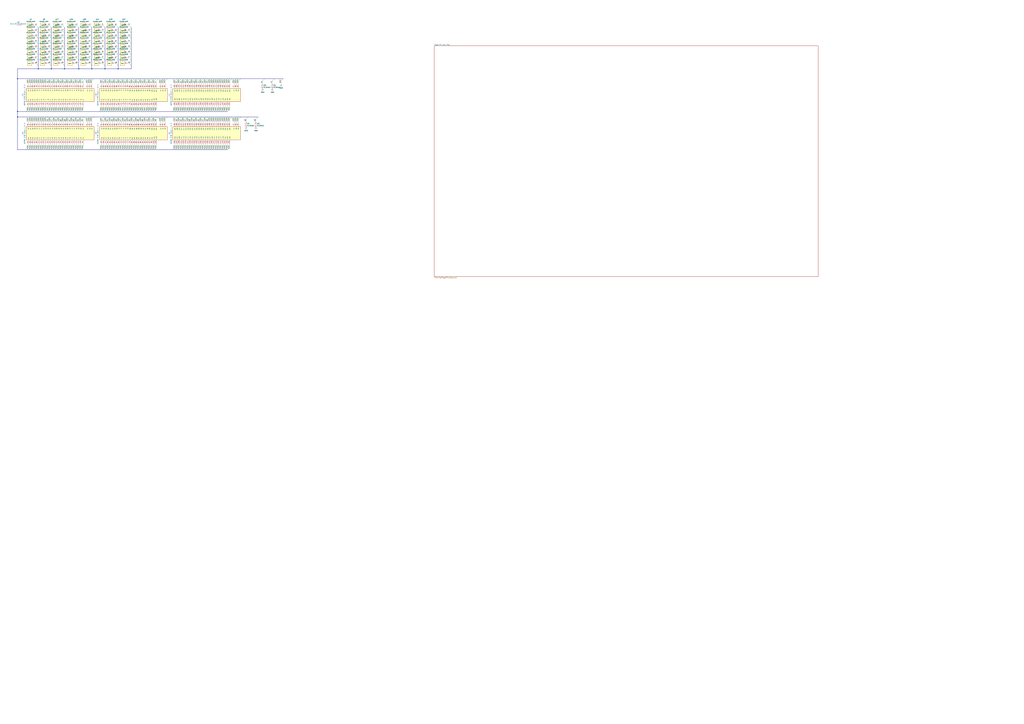
<source format=kicad_sch>
(kicad_sch (version 20230121) (generator eeschema)
  (paper "A0")
  (junction (at 74.93 80.01))
  (junction (at 44.45 80.01))
  (junction (at 20.32 91.44))
  (junction (at 20.32 135.89))
  (junction (at 91.44 80.01))
  (junction (at 106.68 80.01))
  (junction (at 121.92 80.01))
  (junction (at 137.16 80.01))
  (junction (at 20.32 129.54))
  (junction (at 59.69 80.01))
  (bus_entry (at 66.04 171.45) (size -2.54 2.54))
  (bus_entry (at 96.52 138.43) (size 2.54 -2.54))
  (bus_entry (at 149.86 54.61) (size 2.54 2.54))
  (bus_entry (at 186.69 138.43) (size 2.54 -2.54))
  (bus_entry (at 38.1 171.45) (size -2.54 2.54))
  (bus_entry (at 40.64 93.98) (size 2.54 -2.54))
  (bus_entry (at 161.29 138.43) (size 2.54 -2.54))
  (bus_entry (at 88.9 60.96) (size 2.54 2.54))
  (bus_entry (at 93.98 171.45) (size -2.54 2.54))
  (bus_entry (at 181.61 171.45) (size -2.54 2.54))
  (bus_entry (at 151.13 127) (size -2.54 2.54))
  (bus_entry (at 241.3 138.43) (size 2.54 -2.54))
  (bus_entry (at 156.21 138.43) (size 2.54 -2.54))
  (bus_entry (at 41.91 67.31) (size 2.54 2.54))
  (bus_entry (at 236.22 93.98) (size 2.54 -2.54))
  (bus_entry (at 153.67 93.98) (size 2.54 -2.54))
  (bus_entry (at 153.67 171.45) (size -2.54 2.54))
  (bus_entry (at 88.9 41.91) (size 2.54 2.54))
  (bus_entry (at 93.98 127) (size -2.54 2.54))
  (bus_entry (at 226.06 93.98) (size 2.54 -2.54))
  (bus_entry (at 203.2 138.43) (size 2.54 -2.54))
  (bus_entry (at 133.35 93.98) (size 2.54 -2.54))
  (bus_entry (at 146.05 138.43) (size 2.54 -2.54))
  (bus_entry (at 106.68 93.98) (size 2.54 -2.54))
  (bus_entry (at 45.72 171.45) (size -2.54 2.54))
  (bus_entry (at 71.12 138.43) (size 2.54 -2.54))
  (bus_entry (at 86.36 171.45) (size -2.54 2.54))
  (bus_entry (at 38.1 127) (size -2.54 2.54))
  (bus_entry (at 140.97 171.45) (size -2.54 2.54))
  (bus_entry (at 271.78 138.43) (size 2.54 -2.54))
  (bus_entry (at 88.9 54.61) (size 2.54 2.54))
  (bus_entry (at 53.34 138.43) (size 2.54 -2.54))
  (bus_entry (at 88.9 127) (size -2.54 2.54))
  (bus_entry (at 33.02 127) (size -2.54 2.54))
  (bus_entry (at 223.52 127) (size -2.54 2.54))
  (bus_entry (at 71.12 93.98) (size 2.54 -2.54))
  (bus_entry (at 138.43 93.98) (size 2.54 -2.54))
  (bus_entry (at 149.86 60.96) (size 2.54 2.54))
  (bus_entry (at 140.97 138.43) (size 2.54 -2.54))
  (bus_entry (at 173.99 171.45) (size -2.54 2.54))
  (bus_entry (at 130.81 171.45) (size -2.54 2.54))
  (bus_entry (at 285.75 138.43) (size 2.54 -2.54))
  (bus_entry (at 135.89 127) (size -2.54 2.54))
  (bus_entry (at 58.42 93.98) (size 2.54 -2.54))
  (bus_entry (at 226.06 171.45) (size -2.54 2.54))
  (bus_entry (at 241.3 93.98) (size 2.54 -2.54))
  (bus_entry (at 149.86 48.26) (size 2.54 2.54))
  (bus_entry (at 220.98 138.43) (size 2.54 -2.54))
  (bus_entry (at 205.74 93.98) (size 2.54 -2.54))
  (bus_entry (at 176.53 127) (size -2.54 2.54))
  (bus_entry (at 91.44 138.43) (size 2.54 -2.54))
  (bus_entry (at 45.72 138.43) (size 2.54 -2.54))
  (bus_entry (at 120.65 171.45) (size -2.54 2.54))
  (bus_entry (at 297.18 138.43) (size 2.54 -2.54))
  (bus_entry (at 96.52 171.45) (size -2.54 2.54))
  (bus_entry (at 119.38 48.26) (size 2.54 2.54))
  (bus_entry (at 251.46 171.45) (size -2.54 2.54))
  (bus_entry (at 104.14 54.61) (size 2.54 2.54))
  (bus_entry (at 276.86 93.98) (size 2.54 -2.54))
  (bus_entry (at 57.15 48.26) (size 2.54 2.54))
  (bus_entry (at 218.44 93.98) (size 2.54 -2.54))
  (bus_entry (at 57.15 41.91) (size 2.54 2.54))
  (bus_entry (at 88.9 35.56) (size 2.54 2.54))
  (bus_entry (at 171.45 127) (size -2.54 2.54))
  (bus_entry (at 233.68 127) (size -2.54 2.54))
  (bus_entry (at 119.38 60.96) (size 2.54 2.54))
  (bus_entry (at 55.88 127) (size -2.54 2.54))
  (bus_entry (at 72.39 54.61) (size 2.54 2.54))
  (bus_entry (at 86.36 138.43) (size 2.54 -2.54))
  (bus_entry (at 88.9 73.66) (size 2.54 2.54))
  (bus_entry (at 261.62 127) (size -2.54 2.54))
  (bus_entry (at 248.92 93.98) (size 2.54 -2.54))
  (bus_entry (at 71.12 171.45) (size -2.54 2.54))
  (bus_entry (at 81.28 138.43) (size 2.54 -2.54))
  (bus_entry (at 149.86 41.91) (size 2.54 2.54))
  (bus_entry (at 220.98 171.45) (size -2.54 2.54))
  (bus_entry (at 41.91 29.21) (size 2.54 2.54))
  (bus_entry (at 128.27 127) (size -2.54 2.54))
  (bus_entry (at 60.96 93.98) (size 2.54 -2.54))
  (bus_entry (at 135.89 93.98) (size 2.54 -2.54))
  (bus_entry (at 231.14 171.45) (size -2.54 2.54))
  (bus_entry (at 125.73 93.98) (size 2.54 -2.54))
  (bus_entry (at 96.52 93.98) (size 2.54 -2.54))
  (bus_entry (at 91.44 127) (size -2.54 2.54))
  (bus_entry (at 158.75 138.43) (size 2.54 -2.54))
  (bus_entry (at 48.26 127) (size -2.54 2.54))
  (bus_entry (at 60.96 127) (size -2.54 2.54))
  (bus_entry (at 191.77 138.43) (size 2.54 -2.54))
  (bus_entry (at 264.16 138.43) (size 2.54 -2.54))
  (bus_entry (at 215.9 138.43) (size 2.54 -2.54))
  (bus_entry (at 231.14 93.98) (size 2.54 -2.54))
  (bus_entry (at 123.19 138.43) (size 2.54 -2.54))
  (bus_entry (at 119.38 29.21) (size 2.54 2.54))
  (bus_entry (at 68.58 127) (size -2.54 2.54))
  (bus_entry (at 151.13 138.43) (size 2.54 -2.54))
  (bus_entry (at 130.81 93.98) (size 2.54 -2.54))
  (bus_entry (at 63.5 127) (size -2.54 2.54))
  (bus_entry (at 163.83 138.43) (size 2.54 -2.54))
  (bus_entry (at 104.14 35.56) (size 2.54 2.54))
  (bus_entry (at 73.66 127) (size -2.54 2.54))
  (bus_entry (at 43.18 127) (size -2.54 2.54))
  (bus_entry (at 88.9 29.21) (size 2.54 2.54))
  (bus_entry (at 119.38 35.56) (size 2.54 2.54))
  (bus_entry (at 58.42 138.43) (size 2.54 -2.54))
  (bus_entry (at 143.51 93.98) (size 2.54 -2.54))
  (bus_entry (at 226.06 138.43) (size 2.54 -2.54))
  (bus_entry (at 148.59 171.45) (size -2.54 2.54))
  (bus_entry (at 33.02 171.45) (size -2.54 2.54))
  (bus_entry (at 45.72 93.98) (size 2.54 -2.54))
  (bus_entry (at 57.15 35.56) (size 2.54 2.54))
  (bus_entry (at 45.72 127) (size -2.54 2.54))
  (bus_entry (at 208.28 171.45) (size -2.54 2.54))
  (bus_entry (at 266.7 171.45) (size -2.54 2.54))
  (bus_entry (at 171.45 171.45) (size -2.54 2.54))
  (bus_entry (at 205.74 138.43) (size 2.54 -2.54))
  (bus_entry (at 156.21 127) (size -2.54 2.54))
  (bus_entry (at 228.6 171.45) (size -2.54 2.54))
  (bus_entry (at 166.37 138.43) (size 2.54 -2.54))
  (bus_entry (at 140.97 93.98) (size 2.54 -2.54))
  (bus_entry (at 210.82 171.45) (size -2.54 2.54))
  (bus_entry (at 238.76 171.45) (size -2.54 2.54))
  (bus_entry (at 181.61 93.98) (size 2.54 -2.54))
  (bus_entry (at 72.39 67.31) (size 2.54 2.54))
  (bus_entry (at 119.38 54.61) (size 2.54 2.54))
  (bus_entry (at 208.28 93.98) (size 2.54 -2.54))
  (bus_entry (at 176.53 93.98) (size 2.54 -2.54))
  (bus_entry (at 153.67 127) (size -2.54 2.54))
  (bus_entry (at 72.39 48.26) (size 2.54 2.54))
  (bus_entry (at 76.2 138.43) (size 2.54 -2.54))
  (bus_entry (at 134.62 48.26) (size 2.54 2.54))
  (bus_entry (at 78.74 127) (size -2.54 2.54))
  (bus_entry (at 158.75 93.98) (size 2.54 -2.54))
  (bus_entry (at 259.08 171.45) (size -2.54 2.54))
  (bus_entry (at 146.05 93.98) (size 2.54 -2.54))
  (bus_entry (at 72.39 35.56) (size 2.54 2.54))
  (bus_entry (at 203.2 171.45) (size -2.54 2.54))
  (bus_entry (at 161.29 171.45) (size -2.54 2.54))
  (bus_entry (at 179.07 127) (size -2.54 2.54))
  (bus_entry (at 140.97 127) (size -2.54 2.54))
  (bus_entry (at 60.96 171.45) (size -2.54 2.54))
  (bus_entry (at 236.22 138.43) (size 2.54 -2.54))
  (bus_entry (at 264.16 93.98) (size 2.54 -2.54))
  (bus_entry (at 228.6 127) (size -2.54 2.54))
  (bus_entry (at 163.83 127) (size -2.54 2.54))
  (bus_entry (at 218.44 171.45) (size -2.54 2.54))
  (bus_entry (at 123.19 171.45) (size -2.54 2.54))
  (bus_entry (at 119.38 67.31) (size 2.54 2.54))
  (bus_entry (at 55.88 138.43) (size 2.54 -2.54))
  (bus_entry (at 261.62 93.98) (size 2.54 -2.54))
  (bus_entry (at 134.62 29.21) (size 2.54 2.54))
  (bus_entry (at 246.38 138.43) (size 2.54 -2.54))
  (bus_entry (at 55.88 171.45) (size -2.54 2.54))
  (bus_entry (at 93.98 138.43) (size 2.54 -2.54))
  (bus_entry (at 259.08 127) (size -2.54 2.54))
  (bus_entry (at 53.34 127) (size -2.54 2.54))
  (bus_entry (at 256.54 127) (size -2.54 2.54))
  (bus_entry (at 168.91 93.98) (size 2.54 -2.54))
  (bus_entry (at 88.9 93.98) (size 2.54 -2.54))
  (bus_entry (at 186.69 93.98) (size 2.54 -2.54))
  (bus_entry (at 233.68 138.43) (size 2.54 -2.54))
  (bus_entry (at 133.35 138.43) (size 2.54 -2.54))
  (bus_entry (at 148.59 138.43) (size 2.54 -2.54))
  (bus_entry (at 104.14 73.66) (size 2.54 2.54))
  (bus_entry (at 143.51 127) (size -2.54 2.54))
  (bus_entry (at 43.18 138.43) (size 2.54 -2.54))
  (bus_entry (at 143.51 138.43) (size 2.54 -2.54))
  (bus_entry (at 101.6 93.98) (size 2.54 -2.54))
  (bus_entry (at 57.15 60.96) (size 2.54 2.54))
  (bus_entry (at 264.16 171.45) (size -2.54 2.54))
  (bus_entry (at 130.81 127) (size -2.54 2.54))
  (bus_entry (at 134.62 41.91) (size 2.54 2.54))
  (bus_entry (at 128.27 171.45) (size -2.54 2.54))
  (bus_entry (at 41.91 48.26) (size 2.54 2.54))
  (bus_entry (at 50.8 171.45) (size -2.54 2.54))
  (bus_entry (at 57.15 73.66) (size 2.54 2.54))
  (bus_entry (at 78.74 171.45) (size -2.54 2.54))
  (bus_entry (at 156.21 171.45) (size -2.54 2.54))
  (bus_entry (at 304.8 93.98) (size 2.54 -2.54))
  (bus_entry (at 76.2 171.45) (size -2.54 2.54))
  (bus_entry (at 236.22 127) (size -2.54 2.54))
  (bus_entry (at 223.52 171.45) (size -2.54 2.54))
  (bus_entry (at 48.26 93.98) (size 2.54 -2.54))
  (bus_entry (at 68.58 171.45) (size -2.54 2.54))
  (bus_entry (at 210.82 93.98) (size 2.54 -2.54))
  (bus_entry (at 210.82 138.43) (size 2.54 -2.54))
  (bus_entry (at 264.16 127) (size -2.54 2.54))
  (bus_entry (at 173.99 127) (size -2.54 2.54))
  (bus_entry (at 156.21 93.98) (size 2.54 -2.54))
  (bus_entry (at 163.83 171.45) (size -2.54 2.54))
  (bus_entry (at 274.32 93.98) (size 2.54 -2.54))
  (bus_entry (at 66.04 138.43) (size 2.54 -2.54))
  (bus_entry (at 104.14 93.98) (size 2.54 -2.54))
  (bus_entry (at 233.68 171.45) (size -2.54 2.54))
  (bus_entry (at 220.98 93.98) (size 2.54 -2.54))
  (bus_entry (at 106.68 138.43) (size 2.54 -2.54))
  (bus_entry (at 57.15 54.61) (size 2.54 2.54))
  (bus_entry (at 35.56 171.45) (size -2.54 2.54))
  (bus_entry (at 81.28 127) (size -2.54 2.54))
  (bus_entry (at 128.27 93.98) (size 2.54 -2.54))
  (bus_entry (at 259.08 91.44) (size -2.54 2.54))
  (bus_entry (at 104.14 60.96) (size 2.54 2.54))
  (bus_entry (at 128.27 138.43) (size 2.54 -2.54))
  (bus_entry (at 238.76 93.98) (size 2.54 -2.54))
  (bus_entry (at 220.98 127) (size -2.54 2.54))
  (bus_entry (at 83.82 93.98) (size 2.54 -2.54))
  (bus_entry (at 213.36 93.98) (size 2.54 -2.54))
  (bus_entry (at 266.7 93.98) (size 2.54 -2.54))
  (bus_entry (at 166.37 127) (size -2.54 2.54))
  (bus_entry (at 243.84 93.98) (size 2.54 -2.54))
  (bus_entry (at 149.86 29.21) (size 2.54 2.54))
  (bus_entry (at 104.14 67.31) (size 2.54 2.54))
  (bus_entry (at 166.37 93.98) (size 2.54 -2.54))
  (bus_entry (at 125.73 138.43) (size 2.54 -2.54))
  (bus_entry (at 208.28 127) (size -2.54 2.54))
  (bus_entry (at 57.15 67.31) (size 2.54 2.54))
  (bus_entry (at 72.39 60.96) (size 2.54 2.54))
  (bus_entry (at 88.9 171.45) (size -2.54 2.54))
  (bus_entry (at 243.84 127) (size -2.54 2.54))
  (bus_entry (at 168.91 171.45) (size -2.54 2.54))
  (bus_entry (at 251.46 127) (size -2.54 2.54))
  (bus_entry (at 101.6 138.43) (size 2.54 -2.54))
  (bus_entry (at 213.36 127) (size -2.54 2.54))
  (bus_entry (at 231.14 138.43) (size 2.54 -2.54))
  (bus_entry (at 146.05 127) (size -2.54 2.54))
  (bus_entry (at 179.07 93.98) (size 2.54 -2.54))
  (bus_entry (at 176.53 138.43) (size 2.54 -2.54))
  (bus_entry (at 63.5 138.43) (size 2.54 -2.54))
  (bus_entry (at 55.88 93.98) (size 2.54 -2.54))
  (bus_entry (at 148.59 127) (size -2.54 2.54))
  (bus_entry (at 161.29 127) (size -2.54 2.54))
  (bus_entry (at 118.11 127) (size -2.54 2.54))
  (bus_entry (at 215.9 93.98) (size 2.54 -2.54))
  (bus_entry (at 93.98 93.98) (size 2.54 -2.54))
  (bus_entry (at 158.75 127) (size -2.54 2.54))
  (bus_entry (at 104.14 29.21) (size 2.54 2.54))
  (bus_entry (at 251.46 138.43) (size 2.54 -2.54))
  (bus_entry (at 254 171.45) (size -2.54 2.54))
  (bus_entry (at 118.11 93.98) (size 2.54 -2.54))
  (bus_entry (at 233.68 93.98) (size 2.54 -2.54))
  (bus_entry (at 120.65 127) (size -2.54 2.54))
  (bus_entry (at 133.35 127) (size -2.54 2.54))
  (bus_entry (at 228.6 93.98) (size 2.54 -2.54))
  (bus_entry (at 91.44 171.45) (size -2.54 2.54))
  (bus_entry (at 130.81 138.43) (size 2.54 -2.54))
  (bus_entry (at 86.36 93.98) (size 2.54 -2.54))
  (bus_entry (at 33.02 93.98) (size 2.54 -2.54))
  (bus_entry (at 246.38 171.45) (size -2.54 2.54))
  (bus_entry (at 241.3 127) (size -2.54 2.54))
  (bus_entry (at 248.92 171.45) (size -2.54 2.54))
  (bus_entry (at 259.08 135.89) (size -2.54 2.54))
  (bus_entry (at 203.2 127) (size -2.54 2.54))
  (bus_entry (at 134.62 73.66) (size 2.54 2.54))
  (bus_entry (at 83.82 138.43) (size 2.54 -2.54))
  (bus_entry (at 91.44 93.98) (size 2.54 -2.54))
  (bus_entry (at 153.67 138.43) (size 2.54 -2.54))
  (bus_entry (at 189.23 93.98) (size 2.54 -2.54))
  (bus_entry (at 228.6 138.43) (size 2.54 -2.54))
  (bus_entry (at 158.75 171.45) (size -2.54 2.54))
  (bus_entry (at 181.61 127) (size -2.54 2.54))
  (bus_entry (at 86.36 127) (size -2.54 2.54))
  (bus_entry (at 66.04 93.98) (size 2.54 -2.54))
  (bus_entry (at 33.02 138.43) (size 2.54 -2.54))
  (bus_entry (at 271.78 93.98) (size 2.54 -2.54))
  (bus_entry (at 40.64 171.45) (size -2.54 2.54))
  (bus_entry (at 40.64 138.43) (size 2.54 -2.54))
  (bus_entry (at 81.28 171.45) (size -2.54 2.54))
  (bus_entry (at 259.08 93.98) (size 2.54 -2.54))
  (bus_entry (at 73.66 171.45) (size -2.54 2.54))
  (bus_entry (at 210.82 127) (size -2.54 2.54))
  (bus_entry (at 173.99 93.98) (size 2.54 -2.54))
  (bus_entry (at 135.89 171.45) (size -2.54 2.54))
  (bus_entry (at 151.13 171.45) (size -2.54 2.54))
  (bus_entry (at 261.62 171.45) (size -2.54 2.54))
  (bus_entry (at 326.39 93.98) (size 2.54 -2.54))
  (bus_entry (at 35.56 138.43) (size 2.54 -2.54))
  (bus_entry (at 161.29 93.98) (size 2.54 -2.54))
  (bus_entry (at 88.9 138.43) (size 2.54 -2.54))
  (bus_entry (at 138.43 127) (size -2.54 2.54))
  (bus_entry (at 48.26 171.45) (size -2.54 2.54))
  (bus_entry (at 134.62 35.56) (size 2.54 2.54))
  (bus_entry (at 146.05 171.45) (size -2.54 2.54))
  (bus_entry (at 88.9 67.31) (size 2.54 2.54))
  (bus_entry (at 48.26 138.43) (size 2.54 -2.54))
  (bus_entry (at 120.65 138.43) (size 2.54 -2.54))
  (bus_entry (at 241.3 171.45) (size -2.54 2.54))
  (bus_entry (at 53.34 93.98) (size 2.54 -2.54))
  (bus_entry (at 76.2 93.98) (size 2.54 -2.54))
  (bus_entry (at 104.14 48.26) (size 2.54 2.54))
  (bus_entry (at 189.23 138.43) (size 2.54 -2.54))
  (bus_entry (at 143.51 171.45) (size -2.54 2.54))
  (bus_entry (at 119.38 41.91) (size 2.54 2.54))
  (bus_entry (at 133.35 171.45) (size -2.54 2.54))
  (bus_entry (at 276.86 138.43) (size 2.54 -2.54))
  (bus_entry (at 66.04 127) (size -2.54 2.54))
  (bus_entry (at 41.91 54.61) (size 2.54 2.54))
  (bus_entry (at 236.22 171.45) (size -2.54 2.54))
  (bus_entry (at 213.36 138.43) (size 2.54 -2.54))
  (bus_entry (at 118.11 138.43) (size 2.54 -2.54))
  (bus_entry (at 35.56 127) (size -2.54 2.54))
  (bus_entry (at 254 93.98) (size 2.54 -2.54))
  (bus_entry (at 138.43 138.43) (size 2.54 -2.54))
  (bus_entry (at 118.11 171.45) (size -2.54 2.54))
  (bus_entry (at 123.19 93.98) (size 2.54 -2.54))
  (bus_entry (at 53.34 171.45) (size -2.54 2.54))
  (bus_entry (at 35.56 93.98) (size 2.54 -2.54))
  (bus_entry (at 173.99 138.43) (size 2.54 -2.54))
  (bus_entry (at 238.76 127) (size -2.54 2.54))
  (bus_entry (at 38.1 93.98) (size 2.54 -2.54))
  (bus_entry (at 176.53 171.45) (size -2.54 2.54))
  (bus_entry (at 316.23 93.98) (size 2.54 -2.54))
  (bus_entry (at 50.8 93.98) (size 2.54 -2.54))
  (bus_entry (at 203.2 93.98) (size 2.54 -2.54))
  (bus_entry (at 76.2 127) (size -2.54 2.54))
  (bus_entry (at 149.86 73.66) (size 2.54 2.54))
  (bus_entry (at 179.07 171.45) (size -2.54 2.54))
  (bus_entry (at 238.76 138.43) (size 2.54 -2.54))
  (bus_entry (at 138.43 171.45) (size -2.54 2.54))
  (bus_entry (at 215.9 171.45) (size -2.54 2.54))
  (bus_entry (at 40.64 127) (size -2.54 2.54))
  (bus_entry (at 223.52 93.98) (size 2.54 -2.54))
  (bus_entry (at 134.62 67.31) (size 2.54 2.54))
  (bus_entry (at 41.91 60.96) (size 2.54 2.54))
  (bus_entry (at 50.8 138.43) (size 2.54 -2.54))
  (bus_entry (at 149.86 35.56) (size 2.54 2.54))
  (bus_entry (at 208.28 138.43) (size 2.54 -2.54))
  (bus_entry (at 50.8 127) (size -2.54 2.54))
  (bus_entry (at 71.12 127) (size -2.54 2.54))
  (bus_entry (at 218.44 127) (size -2.54 2.54))
  (bus_entry (at 179.07 138.43) (size 2.54 -2.54))
  (bus_entry (at 251.46 93.98) (size 2.54 -2.54))
  (bus_entry (at 266.7 138.43) (size 2.54 -2.54))
  (bus_entry (at 223.52 138.43) (size 2.54 -2.54))
  (bus_entry (at 63.5 171.45) (size -2.54 2.54))
  (bus_entry (at 104.14 41.91) (size 2.54 2.54))
  (bus_entry (at 218.44 138.43) (size 2.54 -2.54))
  (bus_entry (at 205.74 127) (size -2.54 2.54))
  (bus_entry (at 125.73 127) (size -2.54 2.54))
  (bus_entry (at 168.91 127) (size -2.54 2.54))
  (bus_entry (at 119.38 73.66) (size 2.54 2.54))
  (bus_entry (at 72.39 73.66) (size 2.54 2.54))
  (bus_entry (at 171.45 138.43) (size 2.54 -2.54))
  (bus_entry (at 259.08 138.43) (size 2.54 -2.54))
  (bus_entry (at 43.18 171.45) (size -2.54 2.54))
  (bus_entry (at 63.5 93.98) (size 2.54 -2.54))
  (bus_entry (at 96.52 127) (size -2.54 2.54))
  (bus_entry (at 215.9 127) (size -2.54 2.54))
  (bus_entry (at 254 127) (size -2.54 2.54))
  (bus_entry (at 246.38 93.98) (size 2.54 -2.54))
  (bus_entry (at 248.92 138.43) (size 2.54 -2.54))
  (bus_entry (at 83.82 127) (size -2.54 2.54))
  (bus_entry (at 81.28 93.98) (size 2.54 -2.54))
  (bus_entry (at 38.1 138.43) (size 2.54 -2.54))
  (bus_entry (at 181.61 138.43) (size 2.54 -2.54))
  (bus_entry (at 135.89 138.43) (size 2.54 -2.54))
  (bus_entry (at 151.13 93.98) (size 2.54 -2.54))
  (bus_entry (at 41.91 41.91) (size 2.54 2.54))
  (bus_entry (at 125.73 171.45) (size -2.54 2.54))
  (bus_entry (at 248.92 127) (size -2.54 2.54))
  (bus_entry (at 88.9 48.26) (size 2.54 2.54))
  (bus_entry (at 231.14 127) (size -2.54 2.54))
  (bus_entry (at 243.84 138.43) (size 2.54 -2.54))
  (bus_entry (at 246.38 127) (size -2.54 2.54))
  (bus_entry (at 261.62 138.43) (size 2.54 -2.54))
  (bus_entry (at 123.19 127) (size -2.54 2.54))
  (bus_entry (at 78.74 93.98) (size 2.54 -2.54))
  (bus_entry (at 41.91 35.56) (size 2.54 2.54))
  (bus_entry (at 43.18 93.98) (size 2.54 -2.54))
  (bus_entry (at 58.42 127) (size -2.54 2.54))
  (bus_entry (at 57.15 29.21) (size 2.54 2.54))
  (bus_entry (at 41.91 73.66) (size 2.54 2.54))
  (bus_entry (at 205.74 171.45) (size -2.54 2.54))
  (bus_entry (at 266.7 127) (size -2.54 2.54))
  (bus_entry (at 58.42 171.45) (size -2.54 2.54))
  (bus_entry (at 83.82 171.45) (size -2.54 2.54))
  (bus_entry (at 60.96 138.43) (size 2.54 -2.54))
  (bus_entry (at 226.06 127) (size -2.54 2.54))
  (bus_entry (at 134.62 60.96) (size 2.54 2.54))
  (bus_entry (at 73.66 93.98) (size 2.54 -2.54))
  (bus_entry (at 78.74 138.43) (size 2.54 -2.54))
  (bus_entry (at 274.32 138.43) (size 2.54 -2.54))
  (bus_entry (at 166.37 171.45) (size -2.54 2.54))
  (bus_entry (at 168.91 138.43) (size 2.54 -2.54))
  (bus_entry (at 148.59 93.98) (size 2.54 -2.54))
  (bus_entry (at 104.14 138.43) (size 2.54 -2.54))
  (bus_entry (at 213.36 171.45) (size -2.54 2.54))
  (bus_entry (at 72.39 29.21) (size 2.54 2.54))
  (bus_entry (at 171.45 93.98) (size 2.54 -2.54))
  (bus_entry (at 134.62 54.61) (size 2.54 2.54))
  (bus_entry (at 254 138.43) (size 2.54 -2.54))
  (bus_entry (at 149.86 67.31) (size 2.54 2.54))
  (bus_entry (at 243.84 171.45) (size -2.54 2.54))
  (bus_entry (at 163.83 93.98) (size 2.54 -2.54))
  (bus_entry (at 73.66 138.43) (size 2.54 -2.54))
  (bus_entry (at 68.58 93.98) (size 2.54 -2.54))
  (bus_entry (at 72.39 41.91) (size 2.54 2.54))
  (bus_entry (at 191.77 93.98) (size 2.54 -2.54))
  (bus_entry (at 68.58 138.43) (size 2.54 -2.54))
  (bus_entry (at 120.65 93.98) (size 2.54 -2.54))
  (bus_entry (at 256.54 171.45) (size -2.54 2.54))
  (wire (pts (xy 35.56 97.79) (xy 35.56 93.98)))
  (bus (pts (xy 140.97 135.89) (xy 143.51 135.89)))
  (bus (pts (xy 279.4 91.44) (xy 307.34 91.44)))
  (wire (pts (xy 231.14 167.64) (xy 231.14 171.45)))
  (wire (pts (xy 138.43 93.98) (xy 138.43 97.79)))
  (bus (pts (xy 125.73 135.89) (xy 128.27 135.89)))
  (wire (pts (xy 218.44 171.45) (xy 218.44 167.64)))
  (wire (pts (xy 189.23 142.24) (xy 189.23 138.43)))
  (bus (pts (xy 63.5 91.44) (xy 66.04 91.44)))
  (bus (pts (xy 40.64 173.99) (xy 43.18 173.99)))
  (bus (pts (xy 59.69 80.01) (xy 74.93 80.01)))
  (bus (pts (xy 238.76 173.99) (xy 241.3 173.99)))
  (bus (pts (xy 166.37 135.89) (xy 168.91 135.89)))
  (wire (pts (xy 69.85 48.26) (xy 72.39 48.26)))
  (bus (pts (xy 123.19 135.89) (xy 125.73 135.89)))
  (wire (pts (xy 191.77 97.79) (xy 191.77 93.98)))
  (bus (pts (xy 261.62 173.99) (xy 264.16 173.99)))
  (bus (pts (xy 66.04 129.54) (xy 68.58 129.54)))
  (wire (pts (xy 186.69 93.98) (xy 186.69 97.79)))
  (wire (pts (xy 261.62 167.64) (xy 261.62 171.45)))
  (bus (pts (xy 91.44 50.8) (xy 91.44 57.15)))
  (bus (pts (xy 171.45 129.54) (xy 173.99 129.54)))
  (wire (pts (xy 271.78 97.79) (xy 271.78 93.98)))
  (wire (pts (xy 163.83 93.98) (xy 163.83 97.79)))
  (bus (pts (xy 274.32 91.44) (xy 276.86 91.44)))
  (bus (pts (xy 88.9 91.44) (xy 91.44 91.44)))
  (bus (pts (xy 266.7 135.89) (xy 269.24 135.89)))
  (wire (pts (xy 130.81 142.24) (xy 130.81 138.43)))
  (wire (pts (xy 179.07 93.98) (xy 179.07 97.79)))
  (wire (pts (xy 135.89 167.64) (xy 135.89 171.45)))
  (bus (pts (xy 44.45 44.45) (xy 44.45 50.8)))
  (wire (pts (xy 138.43 123.19) (xy 138.43 127)))
  (wire (pts (xy 128.27 123.19) (xy 128.27 127)))
  (wire (pts (xy 176.53 123.19) (xy 176.53 127)))
  (bus (pts (xy 223.52 135.89) (xy 226.06 135.89)))
  (wire (pts (xy 236.22 167.64) (xy 236.22 171.45)))
  (wire (pts (xy 168.91 138.43) (xy 168.91 142.24)))
  (bus (pts (xy 59.69 76.2) (xy 59.69 80.01)))
  (wire (pts (xy 220.98 167.64) (xy 220.98 171.45)))
  (wire (pts (xy 33.02 138.43) (xy 33.02 142.24)))
  (bus (pts (xy 38.1 129.54) (xy 40.64 129.54)))
  (bus (pts (xy 40.64 129.54) (xy 43.18 129.54)))
  (bus (pts (xy 81.28 91.44) (xy 83.82 91.44)))
  (wire (pts (xy 148.59 167.64) (xy 148.59 171.45)))
  (wire (pts (xy 39.37 54.61) (xy 41.91 54.61)))
  (bus (pts (xy 158.75 129.54) (xy 161.29 129.54)))
  (wire (pts (xy 248.92 97.79) (xy 248.92 93.98)))
  (bus (pts (xy 259.08 135.89) (xy 261.62 135.89)))
  (bus (pts (xy 205.74 173.99) (xy 208.28 173.99)))
  (wire (pts (xy 226.06 97.79) (xy 226.06 93.98)))
  (wire (pts (xy 179.07 127) (xy 179.07 123.19)))
  (bus (pts (xy 55.88 135.89) (xy 58.42 135.89)))
  (bus (pts (xy 104.14 135.89) (xy 106.68 135.89)))
  (wire (pts (xy 53.34 97.79) (xy 53.34 93.98)))
  (wire (pts (xy 276.86 97.79) (xy 276.86 93.98)))
  (wire (pts (xy 218.44 97.79) (xy 218.44 93.98)))
  (bus (pts (xy 106.68 135.89) (xy 109.22 135.89)))
  (wire (pts (xy 163.83 142.24) (xy 163.83 138.43)))
  (bus (pts (xy 156.21 173.99) (xy 158.75 173.99)))
  (bus (pts (xy 210.82 129.54) (xy 213.36 129.54)))
  (wire (pts (xy 101.6 41.91) (xy 104.14 41.91)))
  (wire (pts (xy 76.2 167.64) (xy 76.2 171.45)))
  (wire (pts (xy 220.98 142.24) (xy 220.98 138.43)))
  (bus (pts (xy 58.42 91.44) (xy 60.96 91.44)))
  (wire (pts (xy 156.21 93.98) (xy 156.21 97.79)))
  (wire (pts (xy 147.32 29.21) (xy 149.86 29.21)))
  (bus (pts (xy 91.44 44.45) (xy 91.44 50.8)))
  (wire (pts (xy 93.98 171.45) (xy 93.98 167.64)))
  (bus (pts (xy 81.28 173.99) (xy 83.82 173.99)))
  (wire (pts (xy 125.73 167.64) (xy 125.73 171.45)))
  (bus (pts (xy 176.53 129.54) (xy 179.07 129.54)))
  (bus (pts (xy 246.38 129.54) (xy 248.92 129.54)))
  (wire (pts (xy 163.83 123.19) (xy 163.83 127)))
  (wire (pts (xy 101.6 142.24) (xy 101.6 138.43)))
  (wire (pts (xy 210.82 97.79) (xy 210.82 93.98)))
  (bus (pts (xy 203.2 129.54) (xy 205.74 129.54)))
  (wire (pts (xy 91.44 142.24) (xy 91.44 138.43)))
  (wire (pts (xy 69.85 41.91) (xy 72.39 41.91)))
  (wire (pts (xy 54.61 67.31) (xy 57.15 67.31)))
  (wire (pts (xy 60.96 142.24) (xy 60.96 138.43)))
  (bus (pts (xy 231.14 173.99) (xy 233.68 173.99)))
  (wire (pts (xy 271.78 142.24) (xy 271.78 138.43)))
  (bus (pts (xy 44.45 63.5) (xy 44.45 69.85)))
  (wire (pts (xy 226.06 167.64) (xy 226.06 171.45)))
  (wire (pts (xy 60.96 97.79) (xy 60.96 93.98)))
  (bus (pts (xy 68.58 135.89) (xy 71.12 135.89)))
  (bus (pts (xy 137.16 76.2) (xy 137.16 80.01)))
  (bus (pts (xy 220.98 173.99) (xy 223.52 173.99)))
  (bus (pts (xy 60.96 129.54) (xy 63.5 129.54)))
  (bus (pts (xy 53.34 135.89) (xy 55.88 135.89)))
  (bus (pts (xy 138.43 135.89) (xy 140.97 135.89)))
  (bus (pts (xy 71.12 91.44) (xy 73.66 91.44)))
  (wire (pts (xy 76.2 142.24) (xy 76.2 138.43)))
  (bus (pts (xy 288.29 135.89) (xy 299.72 135.89)))
  (wire (pts (xy 71.12 127) (xy 71.12 123.19)))
  (bus (pts (xy 33.02 173.99) (xy 35.56 173.99)))
  (wire (pts (xy 55.88 97.79) (xy 55.88 93.98)))
  (bus (pts (xy 254 91.44) (xy 256.54 91.44)))
  (wire (pts (xy 104.14 142.24) (xy 104.14 138.43)))
  (bus (pts (xy 274.32 135.89) (xy 276.86 135.89)))
  (wire (pts (xy 168.91 123.19) (xy 168.91 124.46)))
  (wire (pts (xy 132.08 29.21) (xy 134.62 29.21)))
  (bus (pts (xy 184.15 135.89) (xy 189.23 135.89)))
  (wire (pts (xy 86.36 142.24) (xy 86.36 138.43)))
  (bus (pts (xy 120.65 135.89) (xy 123.19 135.89)))
  (bus (pts (xy 44.45 76.2) (xy 44.45 80.01)))
  (wire (pts (xy 39.37 41.91) (xy 41.91 41.91)))
  (wire (pts (xy 153.67 142.24) (xy 153.67 138.43)))
  (bus (pts (xy 91.44 76.2) (xy 91.44 80.01)))
  (bus (pts (xy 81.28 129.54) (xy 83.82 129.54)))
  (bus (pts (xy 318.77 91.44) (xy 328.93 91.44)))
  (wire (pts (xy 120.65 93.98) (xy 120.65 97.79)))
  (wire (pts (xy 128.27 142.24) (xy 128.27 138.43)))
  (wire (pts (xy 48.26 127) (xy 48.26 123.19)))
  (bus (pts (xy 125.73 91.44) (xy 128.27 91.44)))
  (wire (pts (xy 101.6 29.21) (xy 104.14 29.21)))
  (wire (pts (xy 35.56 167.64) (xy 35.56 171.45)))
  (bus (pts (xy 248.92 129.54) (xy 251.46 129.54)))
  (wire (pts (xy 176.53 142.24) (xy 176.53 138.43)))
  (wire (pts (xy 43.18 97.79) (xy 43.18 93.98)))
  (wire (pts (xy 243.84 123.19) (xy 243.84 127)))
  (wire (pts (xy 130.81 123.19) (xy 130.81 127)))
  (wire (pts (xy 78.74 167.64) (xy 78.74 171.45)))
  (wire (pts (xy 123.19 123.19) (xy 123.19 127)))
  (wire (pts (xy 161.29 167.64) (xy 161.29 171.45)))
  (bus (pts (xy 189.23 91.44) (xy 191.77 91.44)))
  (bus (pts (xy 83.82 129.54) (xy 86.36 129.54)))
  (wire (pts (xy 63.5 97.79) (xy 63.5 93.98)))
  (bus (pts (xy 118.11 129.54) (xy 120.65 129.54)))
  (wire (pts (xy 233.68 97.79) (xy 233.68 93.98)))
  (wire (pts (xy 101.6 35.56) (xy 104.14 35.56)))
  (wire (pts (xy 297.18 138.43) (xy 297.18 142.24)))
  (wire (pts (xy 304.8 93.98) (xy 304.8 97.79)))
  (bus (pts (xy 71.12 129.54) (xy 73.66 129.54)))
  (wire (pts (xy 96.52 123.19) (xy 96.52 127)))
  (wire (pts (xy 120.65 167.64) (xy 120.65 171.45)))
  (bus (pts (xy 50.8 173.99) (xy 53.34 173.99)))
  (wire (pts (xy 161.29 123.19) (xy 161.29 127)))
  (wire (pts (xy 147.32 73.66) (xy 149.86 73.66)))
  (bus (pts (xy 35.56 173.99) (xy 38.1 173.99)))
  (bus (pts (xy 130.81 91.44) (xy 133.35 91.44)))
  (wire (pts (xy 63.5 142.24) (xy 63.5 138.43)))
  (bus (pts (xy 91.44 135.89) (xy 93.98 135.89)))
  (bus (pts (xy 256.54 135.89) (xy 259.08 135.89)))
  (bus (pts (xy 153.67 173.99) (xy 156.21 173.99)))
  (wire (pts (xy 33.02 97.79) (xy 33.02 93.98)))
  (bus (pts (xy 106.68 63.5) (xy 106.68 69.85)))
  (wire (pts (xy 132.08 48.26) (xy 134.62 48.26)))
  (bus (pts (xy 205.74 129.54) (xy 208.28 129.54)))
  (bus (pts (xy 158.75 91.44) (xy 161.29 91.44)))
  (wire (pts (xy 151.13 167.64) (xy 151.13 171.45)))
  (bus (pts (xy 38.1 91.44) (xy 40.64 91.44)))
  (wire (pts (xy 181.61 167.64) (xy 181.61 171.45)))
  (wire (pts (xy 259.08 167.64) (xy 259.08 171.45)))
  (wire (pts (xy 50.8 97.79) (xy 50.8 93.98)))
  (bus (pts (xy 45.72 173.99) (xy 48.26 173.99)))
  (bus (pts (xy 68.58 91.44) (xy 71.12 91.44)))
  (wire (pts (xy 264.16 97.79) (xy 264.16 93.98)))
  (bus (pts (xy 254 173.99) (xy 256.54 173.99)))
  (bus (pts (xy 60.96 173.99) (xy 63.5 173.99)))
  (bus (pts (xy 48.26 91.44) (xy 50.8 91.44)))
  (bus (pts (xy 137.16 31.75) (xy 137.16 38.1)))
  (bus (pts (xy 125.73 173.99) (xy 128.27 173.99)))
  (wire (pts (xy 251.46 97.79) (xy 251.46 93.98)))
  (bus (pts (xy 261.62 91.44) (xy 264.16 91.44)))
  (wire (pts (xy 69.85 60.96) (xy 72.39 60.96)))
  (bus (pts (xy 86.36 173.99) (xy 88.9 173.99)))
  (wire (pts (xy 146.05 93.98) (xy 146.05 97.79)))
  (bus (pts (xy 156.21 135.89) (xy 158.75 135.89)))
  (wire (pts (xy 171.45 123.19) (xy 171.45 127)))
  (wire (pts (xy 93.98 142.24) (xy 93.98 138.43)))
  (wire (pts (xy 125.73 123.19) (xy 125.73 127)))
  (wire (pts (xy 243.84 93.98) (xy 243.84 97.79)))
  (wire (pts (xy 233.68 123.19) (xy 233.68 127)))
  (wire (pts (xy 54.61 41.91) (xy 57.15 41.91)))
  (wire (pts (xy 116.84 29.21) (xy 119.38 29.21)))
  (bus (pts (xy 213.36 135.89) (xy 215.9 135.89)))
  (wire (pts (xy 91.44 123.19) (xy 91.44 127)))
  (wire (pts (xy 248.92 123.19) (xy 248.92 127)))
  (bus (pts (xy 106.68 31.75) (xy 106.68 38.1)))
  (wire (pts (xy 158.75 167.64) (xy 158.75 171.45)))
  (bus (pts (xy 158.75 173.99) (xy 161.29 173.99)))
  (wire (pts (xy 116.84 35.56) (xy 119.38 35.56)))
  (bus (pts (xy 215.9 129.54) (xy 218.44 129.54)))
  (bus (pts (xy 151.13 129.54) (xy 153.67 129.54)))
  (wire (pts (xy 73.66 97.79) (xy 73.66 93.98)))
  (bus (pts (xy 146.05 135.89) (xy 148.59 135.89)))
  (wire (pts (xy 101.6 67.31) (xy 104.14 67.31)))
  (wire (pts (xy 132.08 73.66) (xy 134.62 73.66)))
  (wire (pts (xy 39.37 35.56) (xy 41.91 35.56)))
  (bus (pts (xy 166.37 129.54) (xy 168.91 129.54)))
  (bus (pts (xy 307.34 91.44) (xy 318.77 91.44)))
  (wire (pts (xy 86.36 29.21) (xy 88.9 29.21)))
  (wire (pts (xy 248.92 167.64) (xy 248.92 171.45)))
  (bus (pts (xy 45.72 129.54) (xy 48.26 129.54)))
  (bus (pts (xy 86.36 91.44) (xy 88.9 91.44)))
  (wire (pts (xy 151.13 142.24) (xy 151.13 138.43)))
  (bus (pts (xy 83.82 135.89) (xy 86.36 135.89)))
  (bus (pts (xy 40.64 135.89) (xy 43.18 135.89)))
  (bus (pts (xy 74.93 76.2) (xy 74.93 80.01)))
  (bus (pts (xy 233.68 135.89) (xy 236.22 135.89)))
  (wire (pts (xy 161.29 142.24) (xy 161.29 138.43)))
  (wire (pts (xy 210.82 142.24) (xy 210.82 138.43)))
  (bus (pts (xy 109.22 91.44) (xy 120.65 91.44)))
  (wire (pts (xy 101.6 73.66) (xy 104.14 73.66)))
  (bus (pts (xy 152.4 44.45) (xy 152.4 50.8)))
  (wire (pts (xy 39.37 67.31) (xy 41.91 67.31)))
  (wire (pts (xy 83.82 142.24) (xy 83.82 138.43)))
  (bus (pts (xy 71.12 173.99) (xy 73.66 173.99)))
  (bus (pts (xy 120.65 173.99) (xy 123.19 173.99)))
  (bus (pts (xy 251.46 91.44) (xy 254 91.44)))
  (wire (pts (xy 60.96 123.19) (xy 60.96 127)))
  (bus (pts (xy 20.32 135.89) (xy 20.32 173.99)))
  (bus (pts (xy 59.69 69.85) (xy 59.69 76.2)))
  (bus (pts (xy 137.16 44.45) (xy 137.16 50.8)))
  (bus (pts (xy 78.74 173.99) (xy 81.28 173.99)))
  (wire (pts (xy 35.56 123.19) (xy 35.56 127)))
  (bus (pts (xy 161.29 91.44) (xy 163.83 91.44)))
  (bus (pts (xy 168.91 91.44) (xy 171.45 91.44)))
  (wire (pts (xy 256.54 97.79) (xy 256.54 93.98)))
  (wire (pts (xy 208.28 123.19) (xy 208.28 127)))
  (bus (pts (xy 125.73 129.54) (xy 128.27 129.54)))
  (wire (pts (xy 146.05 123.19) (xy 146.05 127)))
  (bus (pts (xy 91.44 80.01) (xy 106.68 80.01)))
  (wire (pts (xy 123.19 167.64) (xy 123.19 171.45)))
  (wire (pts (xy 73.66 123.19) (xy 73.66 127)))
  (wire (pts (xy 33.02 123.19) (xy 33.02 127)))
  (bus (pts (xy 228.6 91.44) (xy 231.14 91.44)))
  (wire (pts (xy 264.16 142.24) (xy 264.16 138.43)))
  (bus (pts (xy 58.42 129.54) (xy 60.96 129.54)))
  (bus (pts (xy 236.22 91.44) (xy 238.76 91.44)))
  (bus (pts (xy 176.53 135.89) (xy 179.07 135.89)))
  (wire (pts (xy 173.99 123.19) (xy 173.99 127)))
  (wire (pts (xy 223.52 142.24) (xy 223.52 138.43)))
  (bus (pts (xy 184.15 91.44) (xy 189.23 91.44)))
  (wire (pts (xy 147.32 41.91) (xy 149.86 41.91)))
  (bus (pts (xy 173.99 91.44) (xy 176.53 91.44)))
  (bus (pts (xy 218.44 91.44) (xy 220.98 91.44)))
  (wire (pts (xy 254 167.64) (xy 254 171.45)))
  (wire (pts (xy 132.08 54.61) (xy 134.62 54.61)))
  (wire (pts (xy 238.76 123.19) (xy 238.76 127)))
  (bus (pts (xy 231.14 91.44) (xy 233.68 91.44)))
  (bus (pts (xy 106.68 44.45) (xy 106.68 50.8)))
  (wire (pts (xy 274.32 97.79) (xy 274.32 93.98)))
  (bus (pts (xy 171.45 135.89) (xy 173.99 135.89)))
  (bus (pts (xy 176.53 173.99) (xy 179.07 173.99)))
  (wire (pts (xy 261.62 97.79) (xy 261.62 93.98)))
  (bus (pts (xy 58.42 135.89) (xy 60.96 135.89)))
  (bus (pts (xy 251.46 135.89) (xy 254 135.89)))
  (wire (pts (xy 53.34 167.64) (xy 53.34 171.45)))
  (bus (pts (xy 215.9 173.99) (xy 218.44 173.99)))
  (bus (pts (xy 38.1 135.89) (xy 40.64 135.89)))
  (wire (pts (xy 88.9 167.64) (xy 88.9 171.45)))
  (bus (pts (xy 241.3 135.89) (xy 243.84 135.89)))
  (wire (pts (xy 60.96 167.64) (xy 60.96 171.45)))
  (bus (pts (xy 91.44 129.54) (xy 93.98 129.54)))
  (wire (pts (xy 173.99 167.64) (xy 173.99 171.45)))
  (bus (pts (xy 74.93 31.75) (xy 74.93 38.1)))
  (wire (pts (xy 236.22 97.79) (xy 236.22 93.98)))
  (wire (pts (xy 189.23 93.98) (xy 189.23 97.79)))
  (bus (pts (xy 88.9 173.99) (xy 91.44 173.99)))
  (bus (pts (xy 106.68 57.15) (xy 106.68 63.5)))
  (bus (pts (xy 140.97 129.54) (xy 143.51 129.54)))
  (wire (pts (xy 151.13 123.19) (xy 151.13 127)))
  (wire (pts (xy 223.52 167.64) (xy 223.52 171.45)))
  (bus (pts (xy 74.93 69.85) (xy 74.93 76.2)))
  (bus (pts (xy 73.66 173.99) (xy 76.2 173.99)))
  (wire (pts (xy 123.19 93.98) (xy 123.19 97.79)))
  (wire (pts (xy 251.46 138.43) (xy 251.46 142.24)))
  (wire (pts (xy 210.82 167.64) (xy 210.82 171.45)))
  (bus (pts (xy 163.83 129.54) (xy 166.37 129.54)))
  (bus (pts (xy 74.93 63.5) (xy 74.93 69.85)))
  (wire (pts (xy 153.67 167.64) (xy 153.67 171.45)))
  (wire (pts (xy 73.66 142.24) (xy 73.66 138.43)))
  (bus (pts (xy 166.37 91.44) (xy 168.91 91.44)))
  (wire (pts (xy 39.37 60.96) (xy 41.91 60.96)))
  (bus (pts (xy 43.18 129.54) (xy 45.72 129.54)))
  (wire (pts (xy 210.82 123.19) (xy 210.82 127)))
  (bus (pts (xy 269.24 135.89) (xy 274.32 135.89)))
  (wire (pts (xy 203.2 138.43) (xy 203.2 142.24)))
  (bus (pts (xy 68.58 173.99) (xy 71.12 173.99)))
  (bus (pts (xy 20.32 80.01) (xy 20.32 91.44)))
  (wire (pts (xy 83.82 167.64) (xy 83.82 171.45)))
  (wire (pts (xy 86.36 35.56) (xy 88.9 35.56)))
  (wire (pts (xy 148.59 93.98) (xy 148.59 97.79)))
  (wire (pts (xy 69.85 35.56) (xy 72.39 35.56)))
  (bus (pts (xy 59.69 38.1) (xy 59.69 44.45)))
  (wire (pts (xy 91.44 167.64) (xy 91.44 171.45)))
  (bus (pts (xy 20.32 91.44) (xy 35.56 91.44)))
  (bus (pts (xy 215.9 91.44) (xy 218.44 91.44)))
  (bus (pts (xy 248.92 135.89) (xy 251.46 135.89)))
  (wire (pts (xy 147.32 67.31) (xy 149.86 67.31)))
  (bus (pts (xy 44.45 38.1) (xy 44.45 44.45)))
  (bus (pts (xy 66.04 135.89) (xy 68.58 135.89)))
  (wire (pts (xy 135.89 123.19) (xy 135.89 127)))
  (bus (pts (xy 153.67 91.44) (xy 156.21 91.44)))
  (bus (pts (xy 218.44 129.54) (xy 220.98 129.54)))
  (bus (pts (xy 148.59 129.54) (xy 151.13 129.54)))
  (bus (pts (xy 148.59 173.99) (xy 151.13 173.99)))
  (bus (pts (xy 231.14 129.54) (xy 233.68 129.54)))
  (wire (pts (xy 181.61 97.79) (xy 181.61 93.98)))
  (wire (pts (xy 203.2 97.79) (xy 203.2 93.98)))
  (wire (pts (xy 43.18 142.24) (xy 43.18 138.43)))
  (wire (pts (xy 241.3 97.79) (xy 241.3 93.98)))
  (bus (pts (xy 99.06 135.89) (xy 104.14 135.89)))
  (wire (pts (xy 58.42 123.19) (xy 58.42 127)))
  (wire (pts (xy 48.26 142.24) (xy 48.26 138.43)))
  (wire (pts (xy 241.3 171.45) (xy 241.3 167.64)))
  (wire (pts (xy 88.9 97.79) (xy 88.9 93.98)))
  (wire (pts (xy 73.66 167.64) (xy 73.66 171.45)))
  (bus (pts (xy 151.13 135.89) (xy 153.67 135.89)))
  (wire (pts (xy 176.53 93.98) (xy 176.53 97.79)))
  (wire (pts (xy 176.53 167.64) (xy 176.53 171.45)))
  (bus (pts (xy 238.76 129.54) (xy 241.3 129.54)))
  (bus (pts (xy 93.98 129.54) (xy 115.57 129.54)))
  (bus (pts (xy 74.93 50.8) (xy 74.93 57.15)))
  (bus (pts (xy 251.46 173.99) (xy 254 173.99)))
  (wire (pts (xy 143.51 167.64) (xy 143.51 171.45)))
  (bus (pts (xy 236.22 135.89) (xy 238.76 135.89)))
  (bus (pts (xy 78.74 91.44) (xy 81.28 91.44)))
  (bus (pts (xy 91.44 91.44) (xy 93.98 91.44)))
  (bus (pts (xy 238.76 135.89) (xy 241.3 135.89)))
  (wire (pts (xy 146.05 142.24) (xy 146.05 138.43)))
  (bus (pts (xy 236.22 129.54) (xy 238.76 129.54)))
  (wire (pts (xy 104.14 97.79) (xy 104.14 93.98)))
  (bus (pts (xy 66.04 173.99) (xy 68.58 173.99)))
  (bus (pts (xy 137.16 69.85) (xy 137.16 76.2)))
  (bus (pts (xy 121.92 69.85) (xy 121.92 76.2)))
  (bus (pts (xy 121.92 63.5) (xy 121.92 69.85)))
  (wire (pts (xy 213.36 167.64) (xy 213.36 171.45)))
  (wire (pts (xy 58.42 97.79) (xy 58.42 93.98)))
  (bus (pts (xy 106.68 69.85) (xy 106.68 76.2)))
  (wire (pts (xy 251.46 167.64) (xy 251.46 171.45)))
  (bus (pts (xy 130.81 129.54) (xy 133.35 129.54)))
  (bus (pts (xy 45.72 135.89) (xy 48.26 135.89)))
  (wire (pts (xy 203.2 167.64) (xy 203.2 171.45)))
  (bus (pts (xy 91.44 57.15) (xy 91.44 63.5)))
  (wire (pts (xy 86.36 54.61) (xy 88.9 54.61)))
  (wire (pts (xy 205.74 97.79) (xy 205.74 93.98)))
  (wire (pts (xy 132.08 60.96) (xy 134.62 60.96)))
  (wire (pts (xy 101.6 97.79) (xy 101.6 93.98)))
  (bus (pts (xy 241.3 173.99) (xy 243.84 173.99)))
  (bus (pts (xy 223.52 173.99) (xy 226.06 173.99)))
  (wire (pts (xy 186.69 142.24) (xy 186.69 138.43)))
  (wire (pts (xy 106.68 97.79) (xy 106.68 93.98)))
  (wire (pts (xy 43.18 167.64) (xy 43.18 171.45)))
  (wire (pts (xy 128.27 167.64) (xy 128.27 171.45)))
  (bus (pts (xy 171.45 91.44) (xy 173.99 91.44)))
  (bus (pts (xy 20.32 91.44) (xy 20.32 129.54)))
  (wire (pts (xy 35.56 142.24) (xy 35.56 138.43)))
  (bus (pts (xy 176.53 91.44) (xy 179.07 91.44)))
  (wire (pts (xy 248.92 142.24) (xy 248.92 138.43)))
  (wire (pts (xy 88.9 142.24) (xy 88.9 138.43)))
  (bus (pts (xy 228.6 173.99) (xy 231.14 173.99)))
  (bus (pts (xy 210.82 135.89) (xy 213.36 135.89)))
  (wire (pts (xy 256.54 142.24) (xy 256.54 138.43)))
  (wire (pts (xy 133.35 138.43) (xy 133.35 142.24)))
  (wire (pts (xy 179.07 171.45) (xy 179.07 167.64)))
  (wire (pts (xy 125.73 93.98) (xy 125.73 97.79)))
  (bus (pts (xy 259.08 129.54) (xy 261.62 129.54)))
  (bus (pts (xy 118.11 173.99) (xy 120.65 173.99)))
  (bus (pts (xy 45.72 91.44) (xy 48.26 91.44)))
  (bus (pts (xy 158.75 135.89) (xy 161.29 135.89)))
  (bus (pts (xy 138.43 91.44) (xy 140.97 91.44)))
  (wire (pts (xy 83.82 97.79) (xy 83.82 93.98)))
  (wire (pts (xy 58.42 142.24) (xy 58.42 138.43)))
  (wire (pts (xy 116.84 41.91) (xy 119.38 41.91)))
  (wire (pts (xy 231.14 97.79) (xy 231.14 93.98)))
  (wire (pts (xy 96.52 138.43) (xy 96.52 142.24)))
  (wire (pts (xy 231.14 123.19) (xy 231.14 127)))
  (bus (pts (xy 59.69 31.75) (xy 59.69 38.1)))
  (bus (pts (xy 60.96 135.89) (xy 63.5 135.89)))
  (bus (pts (xy 153.67 135.89) (xy 156.21 135.89)))
  (bus (pts (xy 33.02 129.54) (xy 35.56 129.54)))
  (wire (pts (xy 254 97.79) (xy 254 93.98)))
  (wire (pts (xy 316.23 93.98) (xy 316.23 97.79)))
  (bus (pts (xy 66.04 91.44) (xy 68.58 91.44)))
  (bus (pts (xy 143.51 129.54) (xy 146.05 129.54)))
  (wire (pts (xy 86.36 167.64) (xy 86.36 171.45)))
  (bus (pts (xy 123.19 129.54) (xy 125.73 129.54)))
  (wire (pts (xy 233.68 142.24) (xy 233.68 138.43)))
  (bus (pts (xy 173.99 129.54) (xy 176.53 129.54)))
  (wire (pts (xy 238.76 167.64) (xy 238.76 171.45)))
  (wire (pts (xy 246.38 142.24) (xy 246.38 138.43)))
  (wire (pts (xy 246.38 123.19) (xy 246.38 127)))
  (wire (pts (xy 118.11 123.19) (xy 118.11 127)))
  (wire (pts (xy 116.84 60.96) (xy 119.38 60.96)))
  (wire (pts (xy 71.12 97.79) (xy 71.12 93.98)))
  (bus (pts (xy 256.54 129.54) (xy 259.08 129.54)))
  (wire (pts (xy 208.28 142.24) (xy 208.28 138.43)))
  (wire (pts (xy 254 123.19) (xy 254 127)))
  (bus (pts (xy 233.68 91.44) (xy 236.22 91.44)))
  (bus (pts (xy 241.3 91.44) (xy 243.84 91.44)))
  (wire (pts (xy 88.9 123.19) (xy 88.9 127)))
  (bus (pts (xy 35.56 91.44) (xy 38.1 91.44)))
  (bus (pts (xy 38.1 173.99) (xy 40.64 173.99)))
  (wire (pts (xy 166.37 93.98) (xy 166.37 97.79)))
  (bus (pts (xy 223.52 91.44) (xy 226.06 91.44)))
  (wire (pts (xy 261.62 142.24) (xy 261.62 138.43)))
  (wire (pts (xy 78.74 142.24) (xy 78.74 138.43)))
  (bus (pts (xy 161.29 135.89) (xy 163.83 135.89)))
  (bus (pts (xy 121.92 76.2) (xy 121.92 80.01)))
  (bus (pts (xy 241.3 129.54) (xy 243.84 129.54)))
  (wire (pts (xy 81.28 138.43) (xy 81.28 142.24)))
  (bus (pts (xy 251.46 129.54) (xy 254 129.54)))
  (bus (pts (xy 137.16 57.15) (xy 137.16 63.5)))
  (bus (pts (xy 173.99 135.89) (xy 176.53 135.89)))
  (wire (pts (xy 45.72 123.19) (xy 45.72 127)))
  (wire (pts (xy 86.36 48.26) (xy 88.9 48.26)))
  (bus (pts (xy 78.74 129.54) (xy 81.28 129.54)))
  (bus (pts (xy 146.05 129.54) (xy 148.59 129.54)))
  (wire (pts (xy 69.85 29.21) (xy 72.39 29.21)))
  (bus (pts (xy 44.45 80.01) (xy 59.69 80.01)))
  (wire (pts (xy 71.12 142.24) (xy 71.12 138.43)))
  (bus (pts (xy 151.13 173.99) (xy 153.67 173.99)))
  (bus (pts (xy 220.98 91.44) (xy 223.52 91.44)))
  (wire (pts (xy 132.08 41.91) (xy 134.62 41.91)))
  (wire (pts (xy 69.85 54.61) (xy 72.39 54.61)))
  (bus (pts (xy 53.34 91.44) (xy 55.88 91.44)))
  (wire (pts (xy 133.35 127) (xy 133.35 123.19)))
  (bus (pts (xy 91.44 38.1) (xy 91.44 44.45)))
  (bus (pts (xy 151.13 91.44) (xy 153.67 91.44)))
  (bus (pts (xy 76.2 135.89) (xy 78.74 135.89)))
  (wire (pts (xy 128.27 93.98) (xy 128.27 97.79)))
  (bus (pts (xy 135.89 135.89) (xy 138.43 135.89)))
  (bus (pts (xy 269.24 91.44) (xy 274.32 91.44)))
  (wire (pts (xy 143.51 123.19) (xy 143.51 124.46)))
  (wire (pts (xy 266.7 138.43) (xy 266.7 142.24)))
  (bus (pts (xy 73.66 91.44) (xy 76.2 91.44)))
  (bus (pts (xy 73.66 129.54) (xy 76.2 129.54)))
  (wire (pts (xy 153.67 93.98) (xy 153.67 97.79)))
  (bus (pts (xy 20.32 173.99) (xy 30.48 173.99)))
  (wire (pts (xy 68.58 123.19) (xy 68.58 127)))
  (wire (pts (xy 55.88 138.43) (xy 55.88 142.24)))
  (bus (pts (xy 58.42 173.99) (xy 60.96 173.99)))
  (bus (pts (xy 48.26 173.99) (xy 50.8 173.99)))
  (bus (pts (xy 44.45 57.15) (xy 44.45 63.5)))
  (bus (pts (xy 256.54 173.99) (xy 259.08 173.99)))
  (bus (pts (xy 148.59 135.89) (xy 151.13 135.89)))
  (wire (pts (xy 66.04 123.19) (xy 66.04 127)))
  (bus (pts (xy 137.16 63.5) (xy 137.16 69.85)))
  (wire (pts (xy 50.8 142.24) (xy 50.8 138.43)))
  (bus (pts (xy 246.38 91.44) (xy 248.92 91.44)))
  (bus (pts (xy 166.37 173.99) (xy 168.91 173.99)))
  (wire (pts (xy 147.32 60.96) (xy 149.86 60.96)))
  (bus (pts (xy 91.44 173.99) (xy 93.98 173.99)))
  (bus (pts (xy 20.32 129.54) (xy 30.48 129.54)))
  (wire (pts (xy 213.36 142.24) (xy 213.36 138.43)))
  (wire (pts (xy 147.32 35.56) (xy 149.86 35.56)))
  (bus (pts (xy 99.06 91.44) (xy 104.14 91.44)))
  (wire (pts (xy 181.61 138.43) (xy 181.61 142.24)))
  (wire (pts (xy 106.68 142.24) (xy 106.68 138.43)))
  (bus (pts (xy 243.84 173.99) (xy 246.38 173.99)))
  (wire (pts (xy 228.6 167.64) (xy 228.6 171.45)))
  (bus (pts (xy 163.83 91.44) (xy 166.37 91.44)))
  (bus (pts (xy 109.22 135.89) (xy 120.65 135.89)))
  (wire (pts (xy 181.61 123.19) (xy 181.61 127)))
  (bus (pts (xy 121.92 38.1) (xy 121.92 44.45)))
  (bus (pts (xy 220.98 135.89) (xy 223.52 135.89)))
  (wire (pts (xy 38.1 123.19) (xy 38.1 127)))
  (bus (pts (xy 146.05 173.99) (xy 148.59 173.99)))
  (bus (pts (xy 168.91 173.99) (xy 171.45 173.99)))
  (bus (pts (xy 59.69 63.5) (xy 59.69 69.85)))
  (bus (pts (xy 236.22 173.99) (xy 238.76 173.99)))
  (bus (pts (xy 115.57 129.54) (xy 118.11 129.54)))
  (bus (pts (xy 59.69 50.8) (xy 59.69 57.15)))
  (wire (pts (xy 68.58 167.64) (xy 68.58 171.45)))
  (bus (pts (xy 205.74 91.44) (xy 208.28 91.44)))
  (bus (pts (xy 128.27 173.99) (xy 130.81 173.99)))
  (wire (pts (xy 246.38 97.79) (xy 246.38 93.98)))
  (bus (pts (xy 248.92 173.99) (xy 251.46 173.99)))
  (wire (pts (xy 40.64 142.24) (xy 40.64 138.43)))
  (wire (pts (xy 96.52 167.64) (xy 96.52 171.45)))
  (wire (pts (xy 39.37 48.26) (xy 41.91 48.26)))
  (wire (pts (xy 158.75 142.24) (xy 158.75 138.43)))
  (wire (pts (xy 223.52 97.79) (xy 223.52 93.98)))
  (wire (pts (xy 81.28 97.79) (xy 81.28 93.98)))
  (bus (pts (xy 200.66 129.54) (xy 203.2 129.54)))
  (bus (pts (xy 83.82 173.99) (xy 86.36 173.99)))
  (wire (pts (xy 43.18 123.19) (xy 43.18 127)))
  (bus (pts (xy 218.44 173.99) (xy 220.98 173.99)))
  (wire (pts (xy 151.13 93.98) (xy 151.13 97.79)))
  (bus (pts (xy 53.34 173.99) (xy 55.88 173.99)))
  (wire (pts (xy 83.82 123.19) (xy 83.82 127)))
  (bus (pts (xy 179.07 135.89) (xy 181.61 135.89)))
  (bus (pts (xy 161.29 129.54) (xy 163.83 129.54)))
  (bus (pts (xy 76.2 129.54) (xy 78.74 129.54)))
  (wire (pts (xy 243.84 142.24) (xy 243.84 138.43)))
  (bus (pts (xy 93.98 135.89) (xy 96.52 135.89)))
  (wire (pts (xy 168.91 93.98) (xy 168.91 97.79)))
  (wire (pts (xy 66.04 142.24) (xy 66.04 138.43)))
  (bus (pts (xy 152.4 69.85) (xy 152.4 76.2)))
  (wire (pts (xy 233.68 167.64) (xy 233.68 171.45)))
  (bus (pts (xy 138.43 173.99) (xy 140.97 173.99)))
  (bus (pts (xy 96.52 135.89) (xy 99.06 135.89)))
  (bus (pts (xy 48.26 129.54) (xy 50.8 129.54)))
  (bus (pts (xy 213.36 173.99) (xy 215.9 173.99)))
  (wire (pts (xy 215.9 167.64) (xy 215.9 171.45)))
  (bus (pts (xy 121.92 44.45) (xy 121.92 50.8)))
  (bus (pts (xy 35.56 135.89) (xy 38.1 135.89)))
  (bus (pts (xy 133.35 173.99) (xy 135.89 173.99)))
  (bus (pts (xy 137.16 38.1) (xy 137.16 44.45)))
  (bus (pts (xy 228.6 129.54) (xy 231.14 129.54)))
  (wire (pts (xy 135.89 93.98) (xy 135.89 97.79)))
  (wire (pts (xy 63.5 167.64) (xy 63.5 171.45)))
  (bus (pts (xy 60.96 91.44) (xy 63.5 91.44)))
  (wire (pts (xy 78.74 97.79) (xy 78.74 93.98)))
  (wire (pts (xy 38.1 142.24) (xy 38.1 138.43)))
  (bus (pts (xy 88.9 129.54) (xy 91.44 129.54)))
  (bus (pts (xy 152.4 76.2) (xy 152.4 80.01)))
  (wire (pts (xy 116.84 48.26) (xy 119.38 48.26)))
  (wire (pts (xy 81.28 123.19) (xy 81.28 124.46)))
  (bus (pts (xy 208.28 173.99) (xy 210.82 173.99)))
  (wire (pts (xy 226.06 123.19) (xy 226.06 124.46)))
  (bus (pts (xy 279.4 135.89) (xy 288.29 135.89)))
  (bus (pts (xy 43.18 173.99) (xy 45.72 173.99)))
  (bus (pts (xy 115.57 173.99) (xy 118.11 173.99)))
  (bus (pts (xy 30.48 173.99) (xy 33.02 173.99)))
  (wire (pts (xy 130.81 167.64) (xy 130.81 171.45)))
  (bus (pts (xy 63.5 129.54) (xy 66.04 129.54)))
  (bus (pts (xy 194.31 135.89) (xy 205.74 135.89)))
  (bus (pts (xy 205.74 135.89) (xy 208.28 135.89)))
  (bus (pts (xy 226.06 135.89) (xy 228.6 135.89)))
  (wire (pts (xy 147.32 48.26) (xy 149.86 48.26)))
  (wire (pts (xy 45.72 97.79) (xy 45.72 93.98)))
  (bus (pts (xy 261.62 129.54) (xy 264.16 129.54)))
  (wire (pts (xy 266.7 93.98) (xy 266.7 97.79)))
  (wire (pts (xy 158.75 123.19) (xy 158.75 127)))
  (bus (pts (xy 44.45 31.75) (xy 44.45 38.1)))
  (wire (pts (xy 138.43 167.64) (xy 138.43 171.45)))
  (bus (pts (xy 59.69 57.15) (xy 59.69 63.5)))
  (bus (pts (xy 74.93 57.15) (xy 74.93 63.5)))
  (wire (pts (xy 156.21 171.45) (xy 156.21 167.64)))
  (wire (pts (xy 54.61 54.61) (xy 57.15 54.61)))
  (bus (pts (xy 30.48 129.54) (xy 33.02 129.54)))
  (wire (pts (xy 38.1 167.64) (xy 38.1 171.45)))
  (bus (pts (xy 128.27 135.89) (xy 130.81 135.89)))
  (wire (pts (xy 148.59 123.19) (xy 148.59 127)))
  (wire (pts (xy 133.35 93.98) (xy 133.35 97.79)))
  (bus (pts (xy 137.16 80.01) (xy 152.4 80.01)))
  (wire (pts (xy 156.21 142.24) (xy 156.21 138.43)))
  (wire (pts (xy 66.04 167.64) (xy 66.04 171.45)))
  (bus (pts (xy 91.44 63.5) (xy 91.44 69.85)))
  (wire (pts (xy 54.61 60.96) (xy 57.15 60.96)))
  (wire (pts (xy 40.64 97.79) (xy 40.64 93.98)))
  (bus (pts (xy 137.16 50.8) (xy 137.16 57.15)))
  (wire (pts (xy 120.65 142.24) (xy 120.65 138.43)))
  (bus (pts (xy 243.84 135.89) (xy 246.38 135.89)))
  (wire (pts (xy 135.89 142.24) (xy 135.89 138.43)))
  (wire (pts (xy 55.88 167.64) (xy 55.88 171.45)))
  (bus (pts (xy 86.36 129.54) (xy 88.9 129.54)))
  (bus (pts (xy 179.07 129.54) (xy 200.66 129.54)))
  (bus (pts (xy 152.4 38.1) (xy 152.4 44.45)))
  (bus (pts (xy 161.29 173.99) (xy 163.83 173.99)))
  (bus (pts (xy 106.68 50.8) (xy 106.68 57.15)))
  (wire (pts (xy 158.75 93.98) (xy 158.75 97.79)))
  (bus (pts (xy 55.88 91.44) (xy 58.42 91.44)))
  (bus (pts (xy 44.45 50.8) (xy 44.45 57.15)))
  (bus (pts (xy 203.2 173.99) (xy 205.74 173.99)))
  (bus (pts (xy 181.61 91.44) (xy 184.15 91.44)))
  (bus (pts (xy 276.86 91.44) (xy 279.4 91.44)))
  (wire (pts (xy 205.74 142.24) (xy 205.74 138.43)))
  (bus (pts (xy 148.59 91.44) (xy 151.13 91.44)))
  (bus (pts (xy 96.52 91.44) (xy 99.06 91.44)))
  (bus (pts (xy 121.92 57.15) (xy 121.92 63.5)))
  (wire (pts (xy 179.07 142.24) (xy 179.07 138.43)))
  (wire (pts (xy 123.19 142.24) (xy 123.19 138.43)))
  (bus (pts (xy 44.45 69.85) (xy 44.45 76.2)))
  (wire (pts (xy 147.32 54.61) (xy 149.86 54.61)))
  (bus (pts (xy 133.35 135.89) (xy 135.89 135.89)))
  (wire (pts (xy 96.52 93.98) (xy 96.52 97.79)))
  (bus (pts (xy 246.38 135.89) (xy 248.92 135.89)))
  (bus (pts (xy 121.92 80.01) (xy 137.16 80.01)))
  (wire (pts (xy 78.74 123.19) (xy 78.74 127)))
  (wire (pts (xy 38.1 97.79) (xy 38.1 93.98)))
  (wire (pts (xy 203.2 123.19) (xy 203.2 127)))
  (bus (pts (xy 73.66 135.89) (xy 76.2 135.89)))
  (wire (pts (xy 68.58 97.79) (xy 68.58 93.98)))
  (wire (pts (xy 54.61 73.66) (xy 57.15 73.66)))
  (bus (pts (xy 135.89 129.54) (xy 138.43 129.54)))
  (bus (pts (xy 194.31 91.44) (xy 205.74 91.44)))
  (wire (pts (xy 118.11 93.98) (xy 118.11 97.79)))
  (wire (pts (xy 171.45 167.64) (xy 171.45 171.45)))
  (wire (pts (xy 45.72 167.64) (xy 45.72 171.45)))
  (wire (pts (xy 86.36 60.96) (xy 88.9 60.96)))
  (wire (pts (xy 54.61 35.56) (xy 57.15 35.56)))
  (bus (pts (xy 238.76 91.44) (xy 241.3 91.44)))
  (bus (pts (xy 106.68 91.44) (xy 109.22 91.44)))
  (wire (pts (xy 215.9 142.24) (xy 215.9 138.43)))
  (bus (pts (xy 254 135.89) (xy 256.54 135.89)))
  (bus (pts (xy 168.91 129.54) (xy 171.45 129.54)))
  (bus (pts (xy 208.28 129.54) (xy 210.82 129.54)))
  (wire (pts (xy 218.44 127) (xy 218.44 123.19)))
  (bus (pts (xy 264.16 135.89) (xy 266.7 135.89)))
  (wire (pts (xy 45.72 142.24) (xy 45.72 138.43)))
  (wire (pts (xy 86.36 97.79) (xy 86.36 93.98)))
  (wire (pts (xy 226.06 138.43) (xy 226.06 142.24)))
  (bus (pts (xy 163.83 173.99) (xy 166.37 173.99)))
  (bus (pts (xy 43.18 91.44) (xy 45.72 91.44)))
  (bus (pts (xy 231.14 135.89) (xy 233.68 135.89)))
  (bus (pts (xy 179.07 173.99) (xy 200.66 173.99)))
  (bus (pts (xy 208.28 91.44) (xy 210.82 91.44)))
  (bus (pts (xy 43.18 135.89) (xy 45.72 135.89)))
  (bus (pts (xy 50.8 135.89) (xy 53.34 135.89)))
  (wire (pts (xy 261.62 123.19) (xy 261.62 127)))
  (bus (pts (xy 152.4 50.8) (xy 152.4 57.15)))
  (bus (pts (xy 163.83 135.89) (xy 166.37 135.89)))
  (bus (pts (xy 130.81 135.89) (xy 133.35 135.89)))
  (bus (pts (xy 276.86 135.89) (xy 279.4 135.89)))
  (bus (pts (xy 55.88 173.99) (xy 58.42 173.99)))
  (bus (pts (xy 40.64 91.44) (xy 43.18 91.44)))
  (wire (pts (xy 259.08 97.79) (xy 259.08 93.98)))
  (bus (pts (xy 88.9 135.89) (xy 91.44 135.89)))
  (bus (pts (xy 228.6 135.89) (xy 231.14 135.89)))
  (wire (pts (xy 101.6 60.96) (xy 104.14 60.96)))
  (wire (pts (xy 66.04 97.79) (xy 66.04 93.98)))
  (bus (pts (xy 261.62 135.89) (xy 264.16 135.89)))
  (bus (pts (xy 91.44 69.85) (xy 91.44 76.2)))
  (bus (pts (xy 20.32 129.54) (xy 20.32 135.89)))
  (wire (pts (xy 120.65 123.19) (xy 120.65 127)))
  (bus (pts (xy 81.28 135.89) (xy 83.82 135.89)))
  (wire (pts (xy 241.3 142.24) (xy 241.3 138.43)))
  (bus (pts (xy 246.38 173.99) (xy 248.92 173.99)))
  (bus (pts (xy 128.27 129.54) (xy 130.81 129.54)))
  (bus (pts (xy 55.88 129.54) (xy 58.42 129.54)))
  (wire (pts (xy 125.73 142.24) (xy 125.73 138.43)))
  (wire (pts (xy 171.45 93.98) (xy 171.45 97.79)))
  (bus (pts (xy 83.82 91.44) (xy 86.36 91.44)))
  (bus (pts (xy 59.69 44.45) (xy 59.69 50.8)))
  (wire (pts (xy 58.42 167.64) (xy 58.42 171.45)))
  (wire (pts (xy 266.7 167.64) (xy 266.7 171.45)))
  (bus (pts (xy 123.19 91.44) (xy 125.73 91.44)))
  (wire (pts (xy 81.28 167.64) (xy 81.28 171.45)))
  (wire (pts (xy 208.28 97.79) (xy 208.28 93.98)))
  (wire (pts (xy 48.26 171.45) (xy 48.26 167.64)))
  (bus (pts (xy 259.08 91.44) (xy 261.62 91.44)))
  (wire (pts (xy 208.28 167.64) (xy 208.28 171.45)))
  (bus (pts (xy 256.54 91.44) (xy 259.08 91.44)))
  (wire (pts (xy 251.46 123.19) (xy 251.46 124.46)))
  (wire (pts (xy 140.97 93.98) (xy 140.97 97.79)))
  (bus (pts (xy 63.5 173.99) (xy 66.04 173.99)))
  (bus (pts (xy 191.77 91.44) (xy 194.31 91.44)))
  (wire (pts (xy 266.7 123.19) (xy 266.7 127)))
  (wire (pts (xy 166.37 138.43) (xy 166.37 142.24)))
  (wire (pts (xy 236.22 142.24) (xy 236.22 138.43)))
  (bus (pts (xy 50.8 91.44) (xy 53.34 91.44)))
  (wire (pts (xy 166.37 123.19) (xy 166.37 124.46)))
  (bus (pts (xy 226.06 91.44) (xy 228.6 91.44)))
  (wire (pts (xy 93.98 127) (xy 93.98 123.19)))
  (wire (pts (xy 101.6 54.61) (xy 104.14 54.61)))
  (wire (pts (xy 69.85 73.66) (xy 72.39 73.66)))
  (wire (pts (xy 215.9 123.19) (xy 215.9 127)))
  (wire (pts (xy 71.12 171.45) (xy 71.12 167.64)))
  (bus (pts (xy 156.21 91.44) (xy 158.75 91.44)))
  (bus (pts (xy 104.14 91.44) (xy 106.68 91.44)))
  (wire (pts (xy 264.16 171.45) (xy 264.16 167.64)))
  (wire (pts (xy 40.64 123.19) (xy 40.64 127)))
  (wire (pts (xy 238.76 142.24) (xy 238.76 138.43)))
  (wire (pts (xy 259.08 123.19) (xy 259.08 127)))
  (bus (pts (xy 200.66 173.99) (xy 203.2 173.99)))
  (bus (pts (xy 138.43 129.54) (xy 140.97 129.54)))
  (wire (pts (xy 54.61 29.21) (xy 57.15 29.21)))
  (bus (pts (xy 20.32 80.01) (xy 44.45 80.01)))
  (wire (pts (xy 213.36 123.19) (xy 213.36 127)))
  (bus (pts (xy 220.98 129.54) (xy 223.52 129.54)))
  (wire (pts (xy 228.6 142.24) (xy 228.6 138.43)))
  (bus (pts (xy 121.92 31.75) (xy 121.92 38.1)))
  (bus (pts (xy 233.68 129.54) (xy 236.22 129.54)))
  (wire (pts (xy 132.08 67.31) (xy 134.62 67.31)))
  (wire (pts (xy 93.98 93.98) (xy 93.98 97.79)))
  (wire (pts (xy 256.54 167.64) (xy 256.54 171.45)))
  (bus (pts (xy 215.9 135.89) (xy 218.44 135.89)))
  (bus (pts (xy 74.93 38.1) (xy 74.93 44.45)))
  (bus (pts (xy 223.52 129.54) (xy 226.06 129.54)))
  (wire (pts (xy 285.75 138.43) (xy 285.75 142.24)))
  (bus (pts (xy 152.4 57.15) (xy 152.4 63.5)))
  (bus (pts (xy 93.98 173.99) (xy 115.57 173.99)))
  (wire (pts (xy 171.45 142.24) (xy 171.45 138.43)))
  (wire (pts (xy 228.6 123.19) (xy 228.6 127)))
  (bus (pts (xy 106.68 38.1) (xy 106.68 44.45)))
  (bus (pts (xy 173.99 173.99) (xy 176.53 173.99)))
  (wire (pts (xy 54.61 48.26) (xy 57.15 48.26)))
  (wire (pts (xy 246.38 167.64) (xy 246.38 171.45)))
  (wire (pts (xy 223.52 123.19) (xy 223.52 127)))
  (bus (pts (xy 208.28 135.89) (xy 210.82 135.89)))
  (bus (pts (xy 143.51 173.99) (xy 146.05 173.99)))
  (wire (pts (xy 218.44 142.24) (xy 218.44 138.43)))
  (bus (pts (xy 146.05 91.44) (xy 148.59 91.44)))
  (bus (pts (xy 218.44 135.89) (xy 220.98 135.89)))
  (bus (pts (xy 135.89 91.44) (xy 138.43 91.44)))
  (wire (pts (xy 76.2 97.79) (xy 76.2 93.98)))
  (bus (pts (xy 133.35 91.44) (xy 135.89 91.44)))
  (wire (pts (xy 243.84 167.64) (xy 243.84 171.45)))
  (bus (pts (xy 130.81 173.99) (xy 133.35 173.99)))
  (wire (pts (xy 76.2 123.19) (xy 76.2 127)))
  (bus (pts (xy 91.44 31.75) (xy 91.44 38.1)))
  (wire (pts (xy 101.6 48.26) (xy 104.14 48.26)))
  (bus (pts (xy 254 129.54) (xy 256.54 129.54)))
  (wire (pts (xy 254 142.24) (xy 254 138.43)))
  (bus (pts (xy 210.82 91.44) (xy 213.36 91.44)))
  (wire (pts (xy 86.36 67.31) (xy 88.9 67.31)))
  (bus (pts (xy 179.07 91.44) (xy 181.61 91.44)))
  (bus (pts (xy 248.92 91.44) (xy 251.46 91.44)))
  (bus (pts (xy 20.32 135.89) (xy 35.56 135.89)))
  (wire (pts (xy 140.97 167.64) (xy 140.97 171.45)))
  (wire (pts (xy 69.85 67.31) (xy 72.39 67.31)))
  (wire (pts (xy 116.84 67.31) (xy 119.38 67.31)))
  (bus (pts (xy 71.12 135.89) (xy 73.66 135.89)))
  (wire (pts (xy 132.08 35.56) (xy 134.62 35.56)))
  (bus (pts (xy 264.16 91.44) (xy 266.7 91.44)))
  (wire (pts (xy 39.37 29.21) (xy 41.91 29.21)))
  (bus (pts (xy 53.34 129.54) (xy 55.88 129.54)))
  (wire (pts (xy 274.32 142.24) (xy 274.32 138.43)))
  (wire (pts (xy 173.99 142.24) (xy 173.99 138.43)))
  (wire (pts (xy 138.43 142.24) (xy 138.43 138.43)))
  (bus (pts (xy 266.7 91.44) (xy 269.24 91.44)))
  (wire (pts (xy 50.8 167.64) (xy 50.8 171.45)))
  (wire (pts (xy 116.84 54.61) (xy 119.38 54.61)))
  (wire (pts (xy 276.86 142.24) (xy 276.86 138.43)))
  (wire (pts (xy 68.58 142.24) (xy 68.58 138.43)))
  (bus (pts (xy 120.65 129.54) (xy 123.19 129.54)))
  (wire (pts (xy 40.64 167.64) (xy 40.64 171.45)))
  (bus (pts (xy 213.36 129.54) (xy 215.9 129.54)))
  (wire (pts (xy 168.91 167.64) (xy 168.91 171.45)))
  (bus (pts (xy 233.68 173.99) (xy 236.22 173.99)))
  (wire (pts (xy 116.84 73.66) (xy 119.38 73.66)))
  (wire (pts (xy 264.16 127) (xy 264.16 123.19)))
  (wire (pts (xy 118.11 138.43) (xy 118.11 142.24)))
  (wire (pts (xy 55.88 123.19) (xy 55.88 124.46)))
  (bus (pts (xy 78.74 135.89) (xy 81.28 135.89)))
  (bus (pts (xy 121.92 50.8) (xy 121.92 57.15)))
  (wire (pts (xy 130.81 93.98) (xy 130.81 97.79)))
  (wire (pts (xy 205.74 123.19) (xy 205.74 127)))
  (bus (pts (xy 213.36 91.44) (xy 215.9 91.44)))
  (wire (pts (xy 259.08 142.24) (xy 259.08 138.43)))
  (wire (pts (xy 326.39 93.98) (xy 326.39 97.79)))
  (wire (pts (xy 215.9 97.79) (xy 215.9 93.98)))
  (wire (pts (xy 53.34 142.24) (xy 53.34 138.43)))
  (bus (pts (xy 93.98 91.44) (xy 96.52 91.44)))
  (wire (pts (xy 86.36 41.91) (xy 88.9 41.91)))
  (wire (pts (xy 156.21 127) (xy 156.21 123.19)))
  (bus (pts (xy 74.93 44.45) (xy 74.93 50.8)))
  (wire (pts (xy 256.54 123.19) (xy 256.54 127)))
  (wire (pts (xy 133.35 171.45) (xy 133.35 167.64)))
  (bus (pts (xy 168.91 135.89) (xy 171.45 135.89)))
  (bus (pts (xy 106.68 76.2) (xy 106.68 80.01)))
  (bus (pts (xy 128.27 91.44) (xy 130.81 91.44)))
  (bus (pts (xy 74.93 80.01) (xy 91.44 80.01)))
  (bus (pts (xy 76.2 173.99) (xy 78.74 173.99)))
  (wire (pts (xy 140.97 123.19) (xy 140.97 124.46)))
  (wire (pts (xy 173.99 93.98) (xy 173.99 97.79)))
  (wire (pts (xy 50.8 123.19) (xy 50.8 127)))
  (bus (pts (xy 143.51 91.44) (xy 146.05 91.44)))
  (bus (pts (xy 106.68 80.01) (xy 121.92 80.01)))
  (bus (pts (xy 120.65 91.44) (xy 123.19 91.44)))
  (wire (pts (xy 231.14 142.24) (xy 231.14 138.43)))
  (bus (pts (xy 48.26 135.89) (xy 50.8 135.89)))
  (bus (pts (xy 135.89 173.99) (xy 138.43 173.99)))
  (bus (pts (xy 152.4 63.5) (xy 152.4 69.85)))
  (bus (pts (xy 181.61 135.89) (xy 184.15 135.89)))
  (bus (pts (xy 153.67 129.54) (xy 156.21 129.54)))
  (wire (pts (xy 241.3 127) (xy 241.3 123.19)))
  (bus (pts (xy 191.77 135.89) (xy 194.31 135.89)))
  (bus (pts (xy 63.5 135.89) (xy 66.04 135.89)))
  (wire (pts (xy 118.11 167.64) (xy 118.11 171.45)))
  (wire (pts (xy 166.37 167.64) (xy 166.37 171.45)))
  (bus (pts (xy 189.23 135.89) (xy 191.77 135.89)))
  (bus (pts (xy 259.08 173.99) (xy 261.62 173.99)))
  (bus (pts (xy 133.35 129.54) (xy 135.89 129.54)))
  (bus (pts (xy 140.97 91.44) (xy 143.51 91.44)))
  (bus (pts (xy 86.36 135.89) (xy 88.9 135.89)))
  (wire (pts (xy 53.34 123.19) (xy 53.34 127)))
  (wire (pts (xy 143.51 93.98) (xy 143.51 97.79)))
  (wire (pts (xy 146.05 167.64) (xy 146.05 171.45)))
  (bus (pts (xy 156.21 129.54) (xy 158.75 129.54)))
  (bus (pts (xy 76.2 91.44) (xy 78.74 91.44)))
  (bus (pts (xy 226.06 173.99) (xy 228.6 173.99)))
  (bus (pts (xy 140.97 173.99) (xy 143.51 173.99)))
  (bus (pts (xy 243.84 91.44) (xy 246.38 91.44)))
  (wire (pts (xy 140.97 138.43) (xy 140.97 142.24)))
  (wire (pts (xy 33.02 167.64) (xy 33.02 171.45)))
  (wire (pts (xy 161.29 93.98) (xy 161.29 97.79)))
  (wire (pts (xy 238.76 97.79) (xy 238.76 93.98)))
  (wire (pts (xy 48.26 97.79) (xy 48.26 93.98)))
  (wire (pts (xy 148.59 142.24) (xy 148.59 138.43)))
  (bus (pts (xy 68.58 129.54) (xy 71.12 129.54)))
  (wire (pts (xy 220.98 123.19) (xy 220.98 127)))
  (wire (pts (xy 86.36 123.19) (xy 86.36 127)))
  (wire (pts (xy 220.98 97.79) (xy 220.98 93.98)))
  (bus (pts (xy 50.8 129.54) (xy 53.34 129.54)))
  (wire (pts (xy 205.74 167.64) (xy 205.74 171.45)))
  (bus (pts (xy 210.82 173.99) (xy 213.36 173.99)))
  (bus (pts (xy 152.4 31.75) (xy 152.4 38.1)))
  (wire (pts (xy 228.6 97.79) (xy 228.6 93.98)))
  (wire (pts (xy 39.37 73.66) (xy 41.91 73.66)))
  (bus (pts (xy 35.56 129.54) (xy 38.1 129.54)))
  (wire (pts (xy 153.67 123.19) (xy 153.67 127)))
  (wire (pts (xy 213.36 97.79) (xy 213.36 93.98)))
  (wire (pts (xy 163.83 167.64) (xy 163.83 171.45)))
  (bus (pts (xy 143.51 135.89) (xy 146.05 135.89)))
  (wire (pts (xy 191.77 142.24) (xy 191.77 138.43)))
  (wire (pts (xy 236.22 123.19) (xy 236.22 127)))
  (wire (pts (xy 143.51 138.43) (xy 143.51 142.24)))
  (wire (pts (xy 63.5 123.19) (xy 63.5 127)))
  (bus (pts (xy 243.84 129.54) (xy 246.38 129.54)))
  (bus (pts (xy 226.06 129.54) (xy 228.6 129.54)))
  (wire (pts (xy 91.44 93.98) (xy 91.44 97.79)))
  (bus (pts (xy 171.45 173.99) (xy 173.99 173.99)))
  (bus (pts (xy 123.19 173.99) (xy 125.73 173.99)))
  (wire (pts (xy 86.36 73.66) (xy 88.9 73.66)))
  (label "GND" (at 135.89 124.46 270))
  (label "a8" (at 40.64 73.66 0))
  (label "GND" (at 118.11 124.46 270))
  (label "GND" (at 218.44 96.52 90))
  (label "GND" (at 243.84 168.91 270))
  (label "b8" (at 55.88 73.66 0))
  (label "GND" (at 68.58 96.52 90))
  (label "GND" (at 181.61 168.91 270))
  (label "e7" (at 140.97 140.97 90))
  (label "GND" (at 76.2 124.46 270))
  (label "GND" (at 45.72 140.97 90))
  (label "GND" (at 208.28 96.52 90))
  (label "GND" (at 43.18 168.91 270))
  (label "GND" (at 166.37 124.46 270))
  (label "e1" (at 161.29 96.52 90))
  (label "GND" (at 71.12 168.91 270))
  (label "GND" (at 53.34 96.52 90))
  (label "GND" (at 261.62 168.91 270))
  (label "GND" (at 143.51 168.91 270))
  (label "GND" (at 38.1 140.97 90))
  (label "GND" (at 86.36 168.91 270))
  (label "GND" (at 81.28 168.91 270))
  (label "f2" (at 176.53 96.52 90))
  (label "h2" (at 236.22 96.52 90))
  (label "f7" (at 118.11 67.31 0))
  (label "e8" (at 102.87 73.66 0))
  (label "e7" (at 102.87 67.31 0))
  (label "GND" (at 256.54 124.46 270))
  (label "a3" (at 55.88 96.52 90))
  (label "GND" (at 43.18 124.46 270))
  (label "GND" (at 186.69 140.97 90))
  (label "GND" (at 226.06 124.46 270))
  (label "GND" (at 171.45 168.91 270))
  (label "g4" (at 133.35 48.26 0))
  (label "GND" (at 60.96 124.46 270))
  (label "GND" (at 104.14 140.97 90))
  (label "GND" (at 133.35 96.52 90))
  (label "GND" (at 45.72 96.52 90))
  (label "e4" (at 102.87 48.26 0))
  (label "GND" (at 168.91 124.46 270))
  (label "GND" (at 33.02 168.91 270))
  (label "GND" (at 259.08 124.46 270))
  (label "GND" (at 233.68 168.91 270))
  (label "GND" (at 43.18 140.97 90))
  (label "GND" (at 158.75 96.52 90))
  (label "GND" (at 228.6 168.91 270))
  (label "GND" (at 73.66 96.52 90))
  (label "GND" (at 48.26 96.52 90))
  (label "GND" (at 191.77 96.52 90))
  (label "d7" (at 156.21 140.97 90))
  (label "GND" (at 38.1 124.46 270))
  (label "GND" (at 326.39 96.52 90))
  (label "h3" (at 148.59 41.91 0))
  (label "GND" (at 58.42 96.52 90))
  (label "GND" (at 148.59 124.46 270))
  (label "GND" (at 208.28 140.97 90))
  (label "GND" (at 91.44 168.91 270))
  (label "GND" (at 146.05 124.46 270))
  (label "GND" (at 143.51 140.97 90))
  (label "GND" (at 203.2 124.46 270))
  (label "f6" (at 91.44 140.97 90))
  (label "GND" (at 254 124.46 270))
  (label "GND" (at 88.9 168.91 270))
  (label "GND" (at 254 168.91 270))
  (label "GND" (at 118.11 168.91 270))
  (label "GND" (at 166.37 168.91 270))
  (label "GND" (at 158.75 140.97 90))
  (label "GND" (at 73.66 168.91 270))
  (label "GND" (at 151.13 124.46 270))
  (label "d8" (at 161.29 140.97 90))
  (label "b3" (at 71.12 96.52 90))
  (label "GND" (at 140.97 124.46 270))
  (label "GND" (at 63.5 96.52 90))
  (label "b6" (at 55.88 60.96 0))
  (label "GND" (at 208.28 124.46 270))
  (label "GND" (at 33.02 124.46 270))
  (label "GND" (at 50.8 124.46 270))
  (label "GND" (at 171.45 124.46 270))
  (label "GND" (at 53.34 168.91 270))
  (label "GND" (at 228.6 124.46 270))
  (label "GND" (at 153.67 140.97 90))
  (label "GND" (at 264.16 96.52 90))
  (label "GND" (at 125.73 168.91 270))
  (label "GND" (at 53.34 140.97 90))
  (label "GND" (at 161.29 124.46 270))
  (label "b5" (at 210.82 140.97 90))
  (label "c4" (at 125.73 96.52 90))
  (label "GND" (at 179.07 140.97 90))
  (label "GND" (at 228.6 140.97 90))
  (label "d2" (at 87.63 35.56 0))
  (label "GND" (at 163.83 96.52 90))
  (label "GND" (at 223.52 96.52 90))
  (label "GND" (at 256.54 140.97 90))
  (label "GND" (at 93.98 140.97 90))
  (label "GND" (at 83.82 96.52 90))
  (label "GND" (at 133.35 124.46 270))
  (label "d3" (at 87.63 41.91 0))
  (label "GND" (at 81.28 124.46 270))
  (label "GND" (at 176.53 168.91 270))
  (label "GND" (at 50.8 96.52 90))
  (label "GND" (at 40.64 96.52 90))
  (label "GND" (at 226.06 168.91 270))
  (label "GND" (at 246.38 168.91 270))
  (label "GND" (at 203.2 140.97 90))
  (label "h5" (at 148.59 54.61 0))
  (label "GND" (at 223.52 168.91 270))
  (label "e5" (at 102.87 54.61 0))
  (label "GND" (at 151.13 168.91 270))
  (label "e3" (at 102.87 41.91 0))
  (label "GND" (at 223.52 140.97 90))
  (label "d6" (at 87.63 60.96 0))
  (label "b2" (at 55.88 35.56 0))
  (label "GND" (at 256.54 96.52 90))
  (label "GND" (at 259.08 168.91 270))
  (label "GND" (at 66.04 168.91 270))
  (label "GND" (at 213.36 168.91 270))
  (label "GND" (at 266.7 124.46 270))
  (label "b1" (at 55.88 29.21 0))
  (label "GND" (at 261.62 96.52 90))
  (label "GND" (at 173.99 168.91 270))
  (label "h8" (at 148.59 73.66 0))
  (label "GND" (at 228.6 96.52 90))
  (label "GND" (at 248.92 96.52 90))
  (label "GND" (at 53.34 124.46 270))
  (label "GND" (at 146.05 168.91 270))
  (label "GND" (at 78.74 140.97 90))
  (label "GND" (at 33.02 96.52 90))
  (label "GND" (at 173.99 96.52 90))
  (label "d1" (at 135.89 96.52 90))
  (label "GND" (at 93.98 96.52 90))
  (label "GND" (at 50.8 140.97 90))
  (label "g7" (at 81.28 140.97 90))
  (label "GND" (at 96.52 168.91 270))
  (label "GND" (at 138.43 124.46 270))
  (label "GND" (at 106.68 96.52 90))
  (label "GND" (at 220.98 124.46 270))
  (label "GND" (at 246.38 96.52 90))
  (label "h1" (at 316.23 96.52 90))
  (label "GND" (at 123.19 140.97 90))
  (label "c2" (at 120.65 96.52 90))
  (label "GND" (at 189.23 140.97 90))
  (label "GND" (at 73.66 124.46 270))
  (label "h6" (at 55.88 140.97 90))
  (label "GND" (at 218.44 140.97 90))
  (label "g3" (at 133.35 41.91 0))
  (label "GND" (at 60.96 168.91 270))
  (label "d5" (at 87.63 54.61 0))
  (label "GND" (at 66.04 124.46 270))
  (label "GND" (at 241.3 168.91 270))
  (label "GND" (at 45.72 168.91 270))
  (label "GND" (at 118.11 96.52 90))
  (label "GND" (at 173.99 140.97 90))
  (label "GND" (at 88.9 96.52 90))
  (label "GND" (at 130.81 124.46 270))
  (label "GND" (at 238.76 168.91 270))
  (label "GND" (at 213.36 124.46 270))
  (label "a6" (at 241.3 140.97 90))
  (label "GND" (at 205.74 124.46 270))
  (label "GND" (at 130.81 168.91 270))
  (label "g1" (at 220.98 96.52 90))
  (label "a5" (at 40.64 54.61 0))
  (label "GND" (at 248.92 124.46 270))
  (label "a1" (at 304.8 96.52 90))
  (label "f3" (at 118.11 41.91 0))
  (label "c5" (at 171.45 140.97 90))
  (label "c5" (at 71.12 54.61 0))
  (label "GND" (at 191.77 140.97 90))
  (label "h7" (at 60.96 140.97 90))
  (label "GND" (at 78.74 96.52 90))
  (label "GND" (at 148.59 140.97 90))
  (label "GND" (at 259.08 96.52 90))
  (label "h7" (at 148.59 67.31 0))
  (label "GND" (at 248.92 140.97 90))
  (label "b7" (at 55.88 67.31 0))
  (label "GND" (at 179.07 124.46 270))
  (label "GND" (at 158.75 168.91 270))
  (label "e8" (at 135.89 140.97 90))
  (label "c1" (at 96.52 96.52 90))
  (label "GND" (at 264.16 124.46 270))
  (label "GND" (at 251.46 124.46 270))
  (label "GND" (at 274.32 140.97 90))
  (label "b4" (at 86.36 96.52 90))
  (label "GND" (at 58.42 140.97 90))
  (label "e1" (at 102.87 29.21 0))
  (label "GND" (at 123.19 168.91 270))
  (label "GND" (at 48.26 124.46 270))
  (label "GND" (at 261.62 140.97 90))
  (label "GND" (at 153.67 168.91 270))
  (label "e5" (at 146.05 140.97 90))
  (label "GND" (at 238.76 96.52 90))
  (label "b2" (at 81.28 96.52 90))
  (label "GND" (at 73.66 140.97 90))
  (label "GND" (at 233.68 140.97 90))
  (label "f6" (at 118.11 60.96 0))
  (label "GND" (at 276.86 96.52 90))
  (label "GND" (at 254 96.52 90))
  (label "GND" (at 88.9 140.97 90))
  (label "d5" (at 151.13 140.97 90))
  (label "GND" (at 138.43 140.97 90))
  (label "GND" (at 83.82 124.46 270))
  (label "b8" (at 220.98 140.97 90))
  (label "GND" (at 243.84 124.46 270))
  (label "GND" (at 58.42 168.91 270))
  (label "GND" (at 246.38 140.97 90))
  (label "d3" (at 130.81 96.52 90))
  (label "GND" (at 68.58 124.46 270))
  (label "e4" (at 151.13 96.52 90))
  (label "d2" (at 140.97 96.52 90))
  (label "g7" (at 133.35 67.31 0))
  (label "GND" (at 276.86 140.97 90))
  (label "f3" (at 205.74 96.52 90))
  (label "GND" (at 215.9 168.91 270))
  (label "GND" (at 143.51 124.46 270))
  (label "a6" (at 40.64 60.96 0))
  (label "e6" (at 130.81 140.97 90))
  (label "g2" (at 133.35 35.56 0))
  (label "GND" (at 55.88 124.46 270))
  (label "GND" (at 233.68 124.46 270))
  (label "GND" (at 210.82 168.91 270))
  (label "GND" (at 91.44 124.46 270))
  (label "c6" (at 205.74 140.97 90))
  (label "h6" (at 148.59 60.96 0))
  (label "GND" (at 50.8 168.91 270))
  (label "GND" (at 158.75 124.46 270))
  (label "GND" (at 48.26 168.91 270))
  (label "f7" (at 120.65 140.97 90))
  (label "GND" (at 120.65 168.91 270))
  (label "g1" (at 133.35 29.21 0))
  (label "f2" (at 118.11 35.56 0))
  (label "GND" (at 210.82 124.46 270))
  (label "g8" (at 76.2 140.97 90))
  (label "GND" (at 236.22 124.46 270))
  (label "GND" (at 259.08 140.97 90))
  (label "GND" (at 48.26 140.97 90))
  (label "GND" (at 218.44 168.91 270))
  (label "GND" (at 215.9 124.46 270))
  (label "GND" (at 274.32 96.52 90))
  (label "GND" (at 266.7 140.97 90))
  (label "b4" (at 55.88 48.26 0))
  (label "GND" (at 35.56 168.91 270))
  (label "GND" (at 35.56 140.97 90))
  (label "GND" (at 179.07 168.91 270))
  (label "a4" (at 66.04 96.52 90))
  (label "GND" (at 88.9 124.46 270))
  (label "GND" (at 128.27 140.97 90))
  (label "GND" (at 68.58 140.97 90))
  (label "GND" (at 83.82 168.91 270))
  (label "b1" (at 76.2 96.52 90))
  (label "GND" (at 218.44 124.46 270))
  (label "f4" (at 171.45 96.52 90))
  (label "c8" (at 181.61 140.97 90))
  (label "GND" (at 236.22 168.91 270))
  (label "GND" (at 264.16 140.97 90))
  (label "h8" (at 297.18 140.97 90))
  (label "g8" (at 133.35 73.66 0))
  (label "GND" (at 76.2 168.91 270))
  (label "GND" (at 55.88 168.91 270))
  (label "GND" (at 93.98 168.91 270))
  (label "GND" (at 133.35 168.91 270))
  (label "f1" (at 118.11 29.21 0))
  (label "GND" (at 179.07 96.52 90))
  (label "GND" (at 231.14 168.91 270))
  (label "GND" (at 254 140.97 90))
  (label "GND" (at 35.56 96.52 90))
  (label "GND" (at 125.73 124.46 270))
  (label "GND" (at 78.74 168.91 270))
  (label "f5" (at 118.11 54.61 0))
  (label "GND" (at 213.36 140.97 90))
  (label "e2" (at 102.87 35.56 0))
  (label "GND" (at 156.21 124.46 270))
  (label "GND" (at 168.91 168.91 270))
  (label "GND" (at 220.98 168.91 270))
  (label "GND" (at 45.72 124.46 270))
  (label "GND" (at 93.98 124.46 270))
  (label "GND" (at 203.2 96.52 90))
  (label "h4" (at 148.59 48.26 0))
  (label "b5" (at 55.88 54.61 0))
  (label "c4" (at 71.12 48.26 0))
  (label "GND" (at 104.14 96.52 90))
  (label "GND" (at 43.18 96.52 90))
  (label "GND" (at 189.23 96.52 90))
  (label "GND" (at 271.78 140.97 90))
  (label "GND" (at 246.38 124.46 270))
  (label "GND" (at 231.14 124.46 270))
  (label "b3" (at 55.88 41.91 0))
  (label "GND" (at 33.02 140.97 90))
  (label "GND" (at 256.54 168.91 270))
  (label "GND" (at 40.64 124.46 270))
  (label "GND" (at 118.11 140.97 90))
  (label "h2" (at 148.59 35.56 0))
  (label "a2" (at 60.96 96.52 90))
  (label "GND" (at 38.1 96.52 90))
  (label "d7" (at 87.63 67.31 0))
  (label "GND" (at 106.68 140.97 90))
  (label "GND" (at 135.89 168.91 270))
  (label "g4" (at 210.82 96.52 90))
  (label "b7" (at 215.9 140.97 90))
  (label "GND" (at 163.83 140.97 90))
  (label "a3" (at 40.64 41.91 0))
  (label "GND" (at 156.21 168.91 270))
  (label "GND" (at 128.27 96.52 90))
  (label "GND" (at 266.7 96.52 90))
  (label "GND" (at 128.27 168.91 270))
  (label "e2" (at 156.21 96.52 90))
  (label "a1" (at 40.64 29.21 0))
  (label "f8" (at 118.11 73.66 0))
  (label "GND" (at 78.74 124.46 270))
  (label "GND" (at 153.67 124.46 270))
  (label "c2" (at 71.12 35.56 0))
  (label "GND" (at 63.5 140.97 90))
  (label "GND" (at 163.83 168.91 270))
  (label "GND" (at 38.1 168.91 270))
  (label "GND" (at 248.92 168.91 270))
  (label "GND" (at 223.52 124.46 270))
  (label "a5" (at 231.14 140.97 90))
  (label "GND" (at 138.43 96.52 90))
  (label "GND" (at 168.91 96.52 90))
  (label "e3" (at 166.37 96.52 90) (effects (font italic)))
  (label "g5" (at 133.35 54.61 0))
  (label "GND" (at 140.97 168.91 270))
  (label "g5" (at 86.36 140.97 90))
  (label "GND" (at 40.64 168.91 270))
  (label "d1" (at 87.63 29.21 0))
  (label "g2" (at 215.9 96.52 90))
  (label "f5" (at 125.73 140.97 90))
  (label "GND" (at 35.56 124.46 270))
  (label "GND" (at 58.42 124.46 270))
  (label "GND" (at 68.58 168.91 270))
  (label "d6" (at 166.37 140.97 90))
  (label "h5" (at 66.04 140.97 90))
  (label "h3" (at 241.3 96.52 90))
  (label "GND" (at 71.12 124.46 270))
  (label "GND" (at 101.6 96.52 90))
  (label "GND" (at 161.29 168.91 270))
  (label "c7" (at 71.12 67.31 0))
  (label "GND" (at 233.68 96.52 90))
  (label "GND" (at 205.74 168.91 270))
  (label "GND" (at 251.46 140.97 90))
  (label "h1" (at 148.59 29.21 0))
  (label "GND" (at 238.76 124.46 270))
  (label "b6" (at 226.06 140.97 90))
  (label "GND" (at 186.69 96.52 90))
  (label "GND" (at 143.51 96.52 90))
  (label "h4" (at 231.14 96.52 90))
  (label "GND" (at 243.84 140.97 90))
  (label "a8" (at 285.75 140.97 90))
  (label "GND" (at 271.78 96.52 90))
  (label "c8" (at 71.12 73.66 0))
  (label "GND" (at 123.19 124.46 270))
  (label "GND" (at 120.65 124.46 270))
  (label "GND" (at 213.36 96.52 90))
  (label "GND" (at 63.5 168.91 270))
  (label "c7" (at 176.53 140.97 90))
  (label "GND" (at 153.67 96.52 90))
  (label "GND" (at 133.35 140.97 90))
  (label "GND" (at 251.46 168.91 270))
  (label "g6" (at 71.12 140.97 90))
  (label "GND" (at 148.59 96.52 90))
  (label "GND" (at 173.99 124.46 270))
  (label "f1" (at 181.61 96.52 90))
  (label "GND" (at 83.82 140.97 90))
  (label "c3" (at 71.12 41.91 0))
  (label "c6" (at 71.12 60.96 0))
  (label "GND" (at 261.62 124.46 270))
  (label "d4" (at 87.63 48.26 0))
  (label "GND" (at 128.27 124.46 270))
  (label "c1" (at 71.12 29.21 0))
  (label "a4" (at 40.64 48.26 0))
  (label "GND" (at 86.36 124.46 270))
  (label "GND" (at 266.7 168.91 270))
  (label "d8" (at 87.63 73.66 0))
  (label "GND" (at 238.76 140.97 90))
  (label "GND" (at 251.46 96.52 90))
  (label "GND" (at 63.5 124.46 270))
  (label "a7" (at 40.64 67.31 0))
  (label "GND" (at 123.19 96.52 90))
  (label "GND" (at 176.53 124.46 270))
  (label "GND" (at 163.83 124.46 270))
  (label "GND" (at 241.3 124.46 270))
  (label "a2" (at 40.64 35.56 0))
  (label "g6" (at 133.35 60.96 0))
  (label "GND" (at 264.16 168.91 270))
  (label "GND" (at 138.43 168.91 270))
  (label "f4" (at 118.11 48.26 0))
  (label "a7" (at 236.22 140.97 90))
  (label "GND" (at 40.64 140.97 90))
  (label "g3" (at 226.06 96.52 90))
  (label "GND" (at 203.2 168.91 270))
  (label "GND" (at 96.52 124.46 270))
  (label "GND" (at 243.84 96.52 90))
  (label "c3" (at 91.44 96.52 90))
  (label "GND" (at 101.6 140.97 90))
  (label "d4" (at 146.05 96.52 90))
  (label "f8" (at 96.52 140.97 90))
  (label "GND" (at 148.59 168.91 270))
  (label "GND" (at 208.28 168.91 270))
  (label "e6" (at 102.87 60.96 0))
  (label "GND" (at 168.91 140.97 90))
  (label "GND" (at 181.61 124.46 270))
  (symbol (lib_id "pad_64in-rescue:anode_pad-Device") (at 64.77 29.21 0) (unit 1)
    (property "Reference" "U17" (at 66.2432 22.479 0))
    (property "Value" "anode_pad" (at 66.2432 24.7904 0))
    (property "Footprint" "AnodePads:anode_square_pad" (effects hide))
  )
  (symbol (lib_id "pad_64in-rescue:anode_pad-Device") (at 64.77 35.56 0) (unit 1)
    (property "Reference" "U18" (at 66.2432 28.829 0))
    (property "Value" "anode_pad" (at 66.2432 31.1404 0))
    (property "Footprint" "AnodePads:anode_square_pad" (effects hide))
  )
  (symbol (lib_id "pad_64in-rescue:anode_pad-Device") (at 64.77 41.91 0) (unit 1)
    (property "Reference" "U19" (at 66.2432 35.179 0))
    (property "Value" "anode_pad" (at 66.2432 37.4904 0))
    (property "Footprint" "AnodePads:anode_square_pad" (effects hide))
  )
  (symbol (lib_id "pad_64in-rescue:anode_pad-Device") (at 64.77 48.26 0) (unit 1)
    (property "Reference" "U20" (at 66.2432 41.529 0))
    (property "Value" "anode_pad" (at 66.2432 43.8404 0))
    (property "Footprint" "AnodePads:anode_square_pad" (effects hide))
  )
  (symbol (lib_id "pad_64in-rescue:anode_pad-Device") (at 64.77 54.61 0) (unit 1)
    (property "Reference" "U21" (at 66.2432 47.879 0))
    (property "Value" "anode_pad" (at 66.2432 50.1904 0))
    (property "Footprint" "AnodePads:anode_square_pad" (effects hide))
  )
  (symbol (lib_id "pad_64in-rescue:anode_pad-Device") (at 64.77 60.96 0) (unit 1)
    (property "Reference" "U22" (at 66.2432 54.229 0))
    (property "Value" "anode_pad" (at 66.2432 56.5404 0))
    (property "Footprint" "AnodePads:anode_square_pad" (effects hide))
  )
  (symbol (lib_id "pad_64in-rescue:anode_pad-Device") (at 64.77 67.31 0) (unit 1)
    (property "Reference" "U23" (at 66.2432 60.579 0))
    (property "Value" "anode_pad" (at 66.2432 62.8904 0))
    (property "Footprint" "AnodePads:anode_square_pad" (effects hide))
  )
  (symbol (lib_id "pad_64in-rescue:anode_pad-Device") (at 64.77 73.66 0) (unit 1)
    (property "Reference" "U24" (at 66.2432 66.929 0))
    (property "Value" "anode_pad" (at 66.2432 69.2404 0))
    (property "Footprint" "AnodePads:anode_square_pad" (effects hide))
  )
  (symbol (lib_id "pad_64in-rescue:anode_pad-Device") (at 81.28 29.21 0) (unit 1)
    (property "Reference" "U25" (at 82.7532 22.479 0))
    (property "Value" "anode_pad" (at 82.7532 24.7904 0))
    (property "Footprint" "AnodePads:anode_square_pad" (effects hide))
  )
  (symbol (lib_id "pad_64in-rescue:anode_pad-Device") (at 81.28 35.56 0) (unit 1)
    (property "Reference" "U26" (at 82.7532 28.829 0))
    (property "Value" "anode_pad" (at 82.7532 31.1404 0))
    (property "Footprint" "AnodePads:anode_square_pad" (effects hide))
  )
  (symbol (lib_id "pad_64in-rescue:anode_pad-Device") (at 81.28 41.91 0) (unit 1)
    (property "Reference" "U27" (at 82.7532 35.179 0))
    (property "Value" "anode_pad" (at 82.7532 37.4904 0))
    (property "Footprint" "AnodePads:anode_square_pad" (effects hide))
  )
  (symbol (lib_id "pad_64in-rescue:anode_pad-Device") (at 81.28 48.26 0) (unit 1)
    (property "Reference" "U28" (at 82.7532 41.529 0))
    (property "Value" "anode_pad" (at 82.7532 43.8404 0))
    (property "Footprint" "AnodePads:anode_square_pad" (effects hide))
  )
  (symbol (lib_id "pad_64in-rescue:anode_pad-Device") (at 81.28 54.61 0) (unit 1)
    (property "Reference" "U29" (at 82.7532 47.879 0))
    (property "Value" "anode_pad" (at 82.7532 50.1904 0))
    (property "Footprint" "AnodePads:anode_square_pad" (effects hide))
  )
  (symbol (lib_id "pad_64in-rescue:anode_pad-Device") (at 81.28 60.96 0) (unit 1)
    (property "Reference" "U30" (at 82.7532 54.229 0))
    (property "Value" "anode_pad" (at 82.7532 56.5404 0))
    (property "Footprint" "AnodePads:anode_square_pad" (effects hide))
  )
  (symbol (lib_id "pad_64in-rescue:anode_pad-Device") (at 81.28 67.31 0) (unit 1)
    (property "Reference" "U31" (at 82.7532 60.579 0))
    (property "Value" "anode_pad" (at 82.7532 62.8904 0))
    (property "Footprint" "AnodePads:anode_square_pad" (effects hide))
  )
  (symbol (lib_id "pad_64in-rescue:anode_pad-Device") (at 81.28 73.66 0) (unit 1)
    (property "Reference" "U32" (at 82.7532 66.929 0))
    (property "Value" "anode_pad" (at 82.7532 69.2404 0))
    (property "Footprint" "AnodePads:anode_square_pad" (effects hide))
  )
  (symbol (lib_id "pad_64in-rescue:anode_pad-Device") (at 96.52 29.21 0) (unit 1)
    (property "Reference" "U33" (at 97.9932 22.479 0))
    (property "Value" "anode_pad" (at 97.9932 24.7904 0))
    (property "Footprint" "AnodePads:anode_square_pad" (effects hide))
  )
  (symbol (lib_id "pad_64in-rescue:anode_pad-Device") (at 96.52 35.56 0) (unit 1)
    (property "Reference" "U34" (at 97.9932 28.829 0))
    (property "Value" "anode_pad" (at 97.9932 31.1404 0))
    (property "Footprint" "AnodePads:anode_square_pad" (effects hide))
  )
  (symbol (lib_id "pad_64in-rescue:anode_pad-Device") (at 96.52 41.91 0) (unit 1)
    (property "Reference" "U35" (at 97.9932 35.179 0))
    (property "Value" "anode_pad" (at 97.9932 37.4904 0))
    (property "Footprint" "AnodePads:anode_square_pad" (effects hide))
  )
  (symbol (lib_id "pad_64in-rescue:anode_pad-Device") (at 96.52 48.26 0) (unit 1)
    (property "Reference" "U36" (at 97.9932 41.529 0))
    (property "Value" "anode_pad" (at 97.9932 43.8404 0))
    (property "Footprint" "AnodePads:anode_square_pad" (effects hide))
  )
  (symbol (lib_id "pad_64in-rescue:anode_pad-Device") (at 96.52 54.61 0) (unit 1)
    (property "Reference" "U37" (at 97.9932 47.879 0))
    (property "Value" "anode_pad" (at 97.9932 50.1904 0))
    (property "Footprint" "AnodePads:anode_square_pad" (effects hide))
  )
  (symbol (lib_id "pad_64in-rescue:anode_pad-Device") (at 96.52 60.96 0) (unit 1)
    (property "Reference" "U38" (at 97.9932 54.229 0))
    (property "Value" "anode_pad" (at 97.9932 56.5404 0))
    (property "Footprint" "AnodePads:anode_square_pad" (effects hide))
  )
  (symbol (lib_id "pad_64in-rescue:anode_pad-Device") (at 96.52 67.31 0) (unit 1)
    (property "Reference" "U39" (at 97.9932 60.579 0))
    (property "Value" "anode_pad" (at 97.9932 62.8904 0))
    (property "Footprint" "AnodePads:anode_square_pad" (effects hide))
  )
  (symbol (lib_id "pad_64in-rescue:anode_pad-Device") (at 96.52 73.66 0) (unit 1)
    (property "Reference" "U40" (at 97.9932 66.929 0))
    (property "Value" "anode_pad" (at 97.9932 69.2404 0))
    (property "Footprint" "AnodePads:anode_square_pad" (effects hide))
  )
  (symbol (lib_id "pad_64in-rescue:anode_pad-Device") (at 111.76 29.21 0) (unit 1)
    (property "Reference" "U41" (at 113.2332 22.479 0))
    (property "Value" "anode_pad" (at 113.2332 24.7904 0))
    (property "Footprint" "AnodePads:anode_square_pad" (effects hide))
  )
  (symbol (lib_id "pad_64in-rescue:anode_pad-Device") (at 111.76 35.56 0) (unit 1)
    (property "Reference" "U42" (at 113.2332 28.829 0))
    (property "Value" "anode_pad" (at 113.2332 31.1404 0))
    (property "Footprint" "AnodePads:anode_square_pad" (effects hide))
  )
  (symbol (lib_id "pad_64in-rescue:anode_pad-Device") (at 111.76 41.91 0) (unit 1)
    (property "Reference" "U43" (at 113.2332 35.179 0))
    (property "Value" "anode_pad" (at 113.2332 37.4904 0))
    (property "Footprint" "AnodePads:anode_square_pad" (effects hide))
  )
  (symbol (lib_id "pad_64in-rescue:anode_pad-Device") (at 111.76 48.26 0) (unit 1)
    (property "Reference" "U44" (at 113.2332 41.529 0))
    (property "Value" "anode_pad" (at 113.2332 43.8404 0))
    (property "Footprint" "AnodePads:anode_square_pad" (effects hide))
  )
  (symbol (lib_id "pad_64in-rescue:anode_pad-Device") (at 111.76 54.61 0) (unit 1)
    (property "Reference" "U45" (at 113.2332 47.879 0))
    (property "Value" "anode_pad" (at 113.2332 50.1904 0))
    (property "Footprint" "AnodePads:anode_square_pad" (effects hide))
  )
  (symbol (lib_id "pad_64in-rescue:anode_pad-Device") (at 111.76 60.96 0) (unit 1)
    (property "Reference" "U46" (at 113.2332 54.229 0))
    (property "Value" "anode_pad" (at 113.2332 56.5404 0))
    (property "Footprint" "AnodePads:anode_square_pad" (effects hide))
  )
  (symbol (lib_id "pad_64in-rescue:anode_pad-Device") (at 111.76 67.31 0) (unit 1)
    (property "Reference" "U47" (at 113.2332 60.579 0))
    (property "Value" "anode_pad" (at 113.2332 62.8904 0))
    (property "Footprint" "AnodePads:anode_square_pad" (effects hide))
  )
  (symbol (lib_id "pad_64in-rescue:anode_pad-Device") (at 111.76 73.66 0) (unit 1)
    (property "Reference" "U48" (at 113.2332 66.929 0))
    (property "Value" "anode_pad" (at 113.2332 69.2404 0))
    (property "Footprint" "AnodePads:anode_square_pad" (effects hide))
  )
  (symbol (lib_id "pad_64in-rescue:anode_pad-Device") (at 127 29.21 0) (unit 1)
    (property "Reference" "U49" (at 128.4732 22.479 0))
    (property "Value" "anode_pad" (at 128.4732 24.7904 0))
    (property "Footprint" "AnodePads:anode_square_pad" (effects hide))
  )
  (symbol (lib_id "pad_64in-rescue:anode_pad-Device") (at 127 35.56 0) (unit 1)
    (property "Reference" "U50" (at 128.4732 28.829 0))
    (property "Value" "anode_pad" (at 128.4732 31.1404 0))
    (property "Footprint" "AnodePads:anode_square_pad" (effects hide))
  )
  (symbol (lib_id "pad_64in-rescue:anode_pad-Device") (at 127 41.91 0) (unit 1)
    (property "Reference" "U51" (at 128.4732 35.179 0))
    (property "Value" "anode_pad" (at 128.4732 37.4904 0))
    (property "Footprint" "AnodePads:anode_square_pad" (effects hide))
  )
  (symbol (lib_id "pad_64in-rescue:anode_pad-Device") (at 127 48.26 0) (unit 1)
    (property "Reference" "U52" (at 128.4732 41.529 0))
    (property "Value" "anode_pad" (at 128.4732 43.8404 0))
    (property "Footprint" "AnodePads:anode_square_pad" (effects hide))
  )
  (symbol (lib_id "pad_64in-rescue:anode_pad-Device") (at 127 54.61 0) (unit 1)
    (property "Reference" "U53" (at 128.4732 47.879 0))
    (property "Value" "anode_pad" (at 128.4732 50.1904 0))
    (property "Footprint" "AnodePads:anode_square_pad" (effects hide))
  )
  (symbol (lib_id "pad_64in-rescue:anode_pad-Device") (at 127 60.96 0) (unit 1)
    (property "Reference" "U54" (at 128.4732 54.229 0))
    (property "Value" "anode_pad" (at 128.4732 56.5404 0))
    (property "Footprint" "AnodePads:anode_square_pad" (effects hide))
  )
  (symbol (lib_id "pad_64in-rescue:anode_pad-Device") (at 127 67.31 0) (unit 1)
    (property "Reference" "U55" (at 128.4732 60.579 0))
    (property "Value" "anode_pad" (at 128.4732 62.8904 0))
    (property "Footprint" "AnodePads:anode_square_pad" (effects hide))
  )
  (symbol (lib_id "pad_64in-rescue:anode_pad-Device") (at 127 73.66 0) (unit 1)
    (property "Reference" "U56" (at 128.4732 66.929 0))
    (property "Value" "anode_pad" (at 128.4732 69.2404 0))
    (property "Footprint" "AnodePads:anode_square_pad" (effects hide))
  )
  (symbol (lib_id "pad_64in-rescue:anode_pad-Device") (at 142.24 29.21 0) (unit 1)
    (property "Reference" "U57" (at 143.7132 22.479 0))
    (property "Value" "anode_pad" (at 143.7132 24.7904 0))
    (property "Footprint" "AnodePads:anode_square_pad" (effects hide))
  )
  (symbol (lib_id "pad_64in-rescue:anode_pad-Device") (at 142.24 35.56 0) (unit 1)
    (property "Reference" "U58" (at 143.7132 28.829 0))
    (property "Value" "anode_pad" (at 143.7132 31.1404 0))
    (property "Footprint" "AnodePads:anode_square_pad" (effects hide))
  )
  (symbol (lib_id "pad_64in-rescue:anode_pad-Device") (at 142.24 41.91 0) (unit 1)
    (property "Reference" "U59" (at 143.7132 35.179 0))
    (property "Value" "anode_pad" (at 143.7132 37.4904 0))
    (property "Footprint" "AnodePads:anode_square_pad" (effects hide))
  )
  (symbol (lib_id "pad_64in-rescue:anode_pad-Device") (at 142.24 48.26 0) (unit 1)
    (property "Reference" "U60" (at 143.7132 41.529 0))
    (property "Value" "anode_pad" (at 143.7132 43.8404 0))
    (property "Footprint" "AnodePads:anode_square_pad" (effects hide))
  )
  (symbol (lib_id "pad_64in-rescue:anode_pad-Device") (at 142.24 54.61 0) (unit 1)
    (property "Reference" "U61" (at 143.7132 47.879 0))
    (property "Value" "anode_pad" (at 143.7132 50.1904 0))
    (property "Footprint" "AnodePads:anode_square_pad" (effects hide))
  )
  (symbol (lib_id "pad_64in-rescue:anode_pad-Device") (at 142.24 60.96 0) (unit 1)
    (property "Reference" "U62" (at 143.7132 54.229 0))
    (property "Value" "anode_pad" (at 143.7132 56.5404 0))
    (property "Footprint" "AnodePads:anode_square_pad" (effects hide))
  )
  (symbol (lib_id "pad_64in-rescue:anode_pad-Device") (at 142.24 67.31 0) (unit 1)
    (property "Reference" "U63" (at 143.7132 60.579 0))
    (property "Value" "anode_pad" (at 143.7132 62.8904 0))
    (property "Footprint" "AnodePads:anode_square_pad" (effects hide))
  )
  (symbol (lib_id "pad_64in-rescue:anode_pad-Device") (at 142.24 73.66 0) (unit 1)
    (property "Reference" "U64" (at 143.7132 66.929 0))
    (property "Value" "anode_pad" (at 143.7132 69.2404 0))
    (property "Footprint" "AnodePads:anode_square_pad" (effects hide))
  )
  (symbol (lib_id "pad_64in-rescue:anode_pad-Device") (at 49.53 29.21 0) (unit 1)
    (property "Reference" "U9" (at 51.0032 22.479 0))
    (property "Value" "anode_pad" (at 51.0032 24.7904 0))
    (property "Footprint" "AnodePads:anode_square_pad" (effects hide))
  )
  (symbol (lib_id "pad_64in-rescue:anode_pad-Device") (at 49.53 35.56 0) (unit 1)
    (property "Reference" "U10" (at 51.0032 28.829 0))
    (property "Value" "anode_pad" (at 51.0032 31.1404 0))
    (property "Footprint" "AnodePads:anode_square_pad" (effects hide))
  )
  (symbol (lib_id "pad_64in-rescue:anode_pad-Device") (at 49.53 41.91 0) (unit 1)
    (property "Reference" "U11" (at 51.0032 35.179 0))
    (property "Value" "anode_pad" (at 51.0032 37.4904 0))
    (property "Footprint" "AnodePads:anode_square_pad" (effects hide))
  )
  (symbol (lib_id "pad_64in-rescue:anode_pad-Device") (at 49.53 48.26 0) (unit 1)
    (property "Reference" "U12" (at 51.0032 41.529 0))
    (property "Value" "anode_pad" (at 51.0032 43.8404 0))
    (property "Footprint" "AnodePads:anode_square_pad" (effects hide))
  )
  (symbol (lib_id "pad_64in-rescue:anode_pad-Device") (at 49.53 54.61 0) (unit 1)
    (property "Reference" "U13" (at 51.0032 47.879 0))
    (property "Value" "anode_pad" (at 51.0032 50.1904 0))
    (property "Footprint" "AnodePads:anode_square_pad" (effects hide))
  )
  (symbol (lib_id "pad_64in-rescue:anode_pad-Device") (at 49.53 60.96 0) (unit 1)
    (property "Reference" "U14" (at 51.0032 54.229 0))
    (property "Value" "anode_pad" (at 51.0032 56.5404 0))
    (property "Footprint" "AnodePads:anode_square_pad" (effects hide))
  )
  (symbol (lib_id "pad_64in-rescue:anode_pad-Device") (at 49.53 67.31 0) (unit 1)
    (property "Reference" "U15" (at 51.0032 60.579 0))
    (property "Value" "anode_pad" (at 51.0032 62.8904 0))
    (property "Footprint" "AnodePads:anode_square_pad" (effects hide))
  )
  (symbol (lib_id "pad_64in-rescue:anode_pad-Device") (at 49.53 73.66 0) (unit 1)
    (property "Reference" "U16" (at 51.0032 66.929 0))
    (property "Value" "anode_pad" (at 51.0032 69.2404 0))
    (property "Footprint" "AnodePads:anode_square_pad" (effects hide))
  )
  (symbol (lib_id "pad_64in-rescue:anode_pad-Device") (at 34.29 29.21 0) (unit 1)
    (property "Reference" "U1" (at 35.7632 22.479 0))
    (property "Value" "anode_pad" (at 35.7632 24.7904 0))
    (property "Footprint" "AnodePads:anode_square_pad" (effects hide))
  )
  (symbol (lib_id "pad_64in-rescue:anode_pad-Device") (at 34.29 35.56 0) (unit 1)
    (property "Reference" "U2" (at 35.7632 28.829 0))
    (property "Value" "anode_pad" (at 35.7632 31.1404 0))
    (property "Footprint" "AnodePads:anode_square_pad" (effects hide))
  )
  (symbol (lib_id "pad_64in-rescue:anode_pad-Device") (at 34.29 41.91 0) (unit 1)
    (property "Reference" "U3" (at 35.7632 35.179 0))
    (property "Value" "anode_pad" (at 35.7632 37.4904 0))
    (property "Footprint" "AnodePads:anode_square_pad" (effects hide))
  )
  (symbol (lib_id "pad_64in-rescue:anode_pad-Device") (at 34.29 48.26 0) (unit 1)
    (property "Reference" "U4" (at 35.7632 41.529 0))
    (property "Value" "anode_pad" (at 35.7632 43.8404 0))
    (property "Footprint" "AnodePads:anode_square_pad" (effects hide))
  )
  (symbol (lib_id "pad_64in-rescue:anode_pad-Device") (at 34.29 54.61 0) (unit 1)
    (property "Reference" "U5" (at 35.7632 47.879 0))
    (property "Value" "anode_pad" (at 35.7632 50.1904 0))
    (property "Footprint" "AnodePads:anode_square_pad" (effects hide))
  )
  (symbol (lib_id "pad_64in-rescue:anode_pad-Device") (at 34.29 60.96 0) (unit 1)
    (property "Reference" "U6" (at 35.7632 54.229 0))
    (property "Value" "anode_pad" (at 35.7632 56.5404 0))
    (property "Footprint" "AnodePads:anode_square_pad" (effects hide))
  )
  (symbol (lib_id "pad_64in-rescue:anode_pad-Device") (at 34.29 67.31 0) (unit 1)
    (property "Reference" "U7" (at 35.7632 60.579 0))
    (property "Value" "anode_pad" (at 35.7632 62.8904 0))
    (property "Footprint" "AnodePads:anode_square_pad" (effects hide))
  )
  (symbol (lib_id "pad_64in-rescue:anode_pad-Device") (at 34.29 73.66 0) (unit 1)
    (property "Reference" "U8" (at 35.7632 66.929 0))
    (property "Value" "anode_pad" (at 35.7632 69.2404 0))
    (property "Footprint" "AnodePads:anode_square_pad" (effects hide))
  )
  (symbol (lib_id "pad_64in-rescue:QRM8-078-05.0-L-D-A-QRM8-078-05.0-L-D-A") (at 68.58 154.94 90) (unit 1)
    (property "Reference" "J2" (at 26.2382 154.94 0))
    (property "Value" "QRM8-078-05.0-L-D-A" (at 28.5496 154.94 0))
    (property "Footprint" "AnodePads:SAMTEC_QRM8-078-05.0-L-D-A" (effects hide))
    (property "MANUFACTURER" "SAMTEC" (effects hide))
  )
  (symbol (lib_id "pad_64in-rescue:QRM8-078-05.0-L-D-A-QRM8-078-05.0-L-D-A") (at 153.67 154.94 90) (unit 2)
    (property "Reference" "J2" (at 111.3282 154.94 0))
    (property "Value" "QRM8-078-05.0-L-D-A" (at 113.6396 154.94 0))
    (property "Footprint" "AnodePads:SAMTEC_QRM8-078-05.0-L-D-A" (effects hide))
    (property "MANUFACTURER" "SAMTEC" (effects hide))
  )
  (symbol (lib_id "pad_64in-rescue:QRM8-078-05.0-L-D-A-QRM8-078-05.0-L-D-A") (at 238.76 154.94 90) (unit 3)
    (property "Reference" "J2" (at 196.4182 154.94 0))
    (property "Value" "QRM8-078-05.0-L-D-A" (at 198.7296 154.94 0))
    (property "Footprint" "AnodePads:SAMTEC_QRM8-078-05.0-L-D-A" (effects hide))
    (property "MANUFACTURER" "SAMTEC" (effects hide))
  )
  (symbol (lib_id "pad_64in-rescue:QRM8-078-05.0-L-D-A-QRM8-078-05.0-L-D-A") (at 153.67 110.49 90) (unit 2)
    (property "Reference" "J1" (at 111.3282 110.49 0))
    (property "Value" "QRM8-078-05.0-L-D-A" (at 113.6396 110.49 0))
    (property "Footprint" "AnodePads:SAMTEC_QRM8-078-05.0-L-D-A" (effects hide))
    (property "MANUFACTURER" "SAMTEC" (effects hide))
  )
  (symbol (lib_id "pad_64in-rescue:QRM8-078-05.0-L-D-A-QRM8-078-05.0-L-D-A") (at 238.76 110.49 90) (unit 3)
    (property "Reference" "J1" (at 196.4182 110.49 0))
    (property "Value" "QRM8-078-05.0-L-D-A" (at 198.7296 110.49 0))
    (property "Footprint" "AnodePads:SAMTEC_QRM8-078-05.0-L-D-A" (effects hide))
    (property "MANUFACTURER" "SAMTEC" (effects hide))
  )
  (symbol (lib_id "pad_64in-rescue:QRM8-078-05.0-L-D-A-QRM8-078-05.0-L-D-A") (at 68.58 110.49 90) (unit 1)
    (property "Reference" "J1" (at 26.2382 110.49 0))
    (property "Value" "QRM8-078-05.0-L-D-A" (at 28.5496 110.49 0))
    (property "Footprint" "AnodePads:SAMTEC_QRM8-078-05.0-L-D-A" (effects hide))
    (property "MANUFACTURER" "SAMTEC" (effects hide))
  )
  (symbol (lib_id "power:GND") (at 304.8 102.87 0) (unit 1)
    (property "Reference" "#PWR0101" (effects hide))
    (property "Value" "GND" (at 304.927 107.2642 0))
  )
  (symbol (lib_id "Device:R_Small") (at 304.8 100.33 0) (unit 1)
    (property "Reference" "R3" (at 306.2986 99.1616 0) (effects (justify left)))
    (property "Value" "R_Small" (at 306.2986 101.473 0) (effects (justify left)))
    (property "Footprint" "Resistor_SMD:R_0805_2012Metric_Pad1.15x1.40mm_HandSolder" (effects hide))
  )
  (symbol (lib_id "power:GND") (at 316.23 102.87 0) (unit 1)
    (property "Reference" "#PWR0102" (effects hide))
    (property "Value" "GND" (at 316.357 107.2642 0))
  )
  (symbol (lib_id "Device:R_Small") (at 316.23 100.33 0) (unit 1)
    (property "Reference" "R4" (at 317.7286 99.1616 0) (effects (justify left)))
    (property "Value" "R_Small" (at 317.7286 101.473 0) (effects (justify left)))
    (property "Footprint" "Resistor_SMD:R_0805_2012Metric_Pad1.15x1.40mm_HandSolder" (effects hide))
  )
  (symbol (lib_id "power:GND") (at 326.39 97.79 0) (unit 1)
    (property "Reference" "#PWR0103" (effects hide))
    (property "Value" "GND" (at 326.517 102.1842 0))
  )
  (symbol (lib_id "power:GND") (at 285.75 147.32 0) (unit 1)
    (property "Reference" "#PWR0104" (effects hide))
    (property "Value" "GND" (at 285.877 151.7142 0))
  )
  (symbol (lib_id "Device:R_Small") (at 285.75 144.78 0) (unit 1)
    (property "Reference" "R1" (at 287.2486 143.6116 0) (effects (justify left)))
    (property "Value" "R_Small" (at 287.2486 145.923 0) (effects (justify left)))
    (property "Footprint" "Resistor_SMD:R_0805_2012Metric_Pad1.15x1.40mm_HandSolder" (effects hide))
  )
  (symbol (lib_id "power:GND") (at 297.18 147.32 0) (unit 1)
    (property "Reference" "#PWR0105" (effects hide))
    (property "Value" "GND" (at 297.307 151.7142 0))
  )
  (symbol (lib_id "Device:R_Small") (at 297.18 144.78 0) (unit 1)
    (property "Reference" "R2" (at 298.6786 143.6116 0) (effects (justify left)))
    (property "Value" "R_Small" (at 298.6786 145.923 0) (effects (justify left)))
    (property "Footprint" "Resistor_SMD:R_0805_2012Metric_Pad1.15x1.40mm_HandSolder" (effects hide))
  )
  (symbol (lib_id "Connector:Conn_01x01_Socket") (at 20.32 29.21 180) (unit 1)
    (property "Reference" "J59" (at 20.955 25.7429 0))
    (property "Value" "Conn_01x01_Socket" (at 20.955 27.6639 0))
  )
  (sheet (at 504.19 53.34) (size 445.77 267.97) (stroke (width 0.1524))
    (property "Sheetname" "Pogo Pin and Pad" (at 504.19 52.6284 0) (effects (justify left bottom)))
    (property "Sheetfile" "PadPogoPin.kicad_sch" (at 504.19 321.8946 0) (effects (justify left top)))
  )
)
</source>
